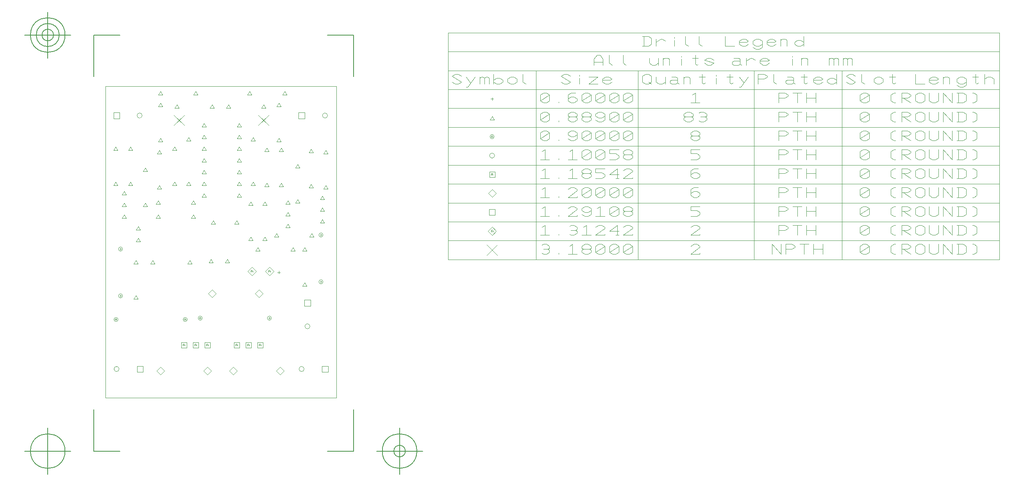
<source format=gbr>
G04 Generated by Ultiboard 11.0 *
%FSLAX25Y25*%
%MOMM*%

%ADD10C,0.01000*%
%ADD11C,0.10000*%
%ADD12C,0.00100*%
%ADD13C,0.12700*%


G04 ColorRGB 000000 for the following layer *
%LNDrill Symbols-Copper Top-Copper Bottom*%
%LPD*%
%FSLAX25Y25*%
%MOMM*%
G54D10*
X6066000Y2032000D02*
X6126000Y2032000D01*
X6096000Y2002000D02*
X6096000Y2062000D01*
X6356350Y2495550D02*
X6445250Y2495550D01*
X6445250Y2495550D02*
X6400800Y2571431D01*
X6400800Y2571431D02*
X6356350Y2495550D01*
X5594350Y2495550D02*
X5683250Y2495550D01*
X5683250Y2495550D02*
X5638800Y2571431D01*
X5638800Y2571431D02*
X5594350Y2495550D01*
X6000750Y2800350D02*
X6089650Y2800350D01*
X6089650Y2800350D02*
X6045200Y2876231D01*
X6045200Y2876231D02*
X6000750Y2800350D01*
X6762750Y2800350D02*
X6851650Y2800350D01*
X6851650Y2800350D02*
X6807200Y2876231D01*
X6807200Y2876231D02*
X6762750Y2800350D01*
X6246398Y3003550D02*
X6335298Y3003550D01*
X6335298Y3003550D02*
X6290848Y3079431D01*
X6290848Y3079431D02*
X6246398Y3003550D01*
X6246398Y3511550D02*
X6335298Y3511550D01*
X6335298Y3511550D02*
X6290848Y3587431D01*
X6290848Y3587431D02*
X6246398Y3511550D01*
X6246398Y3257550D02*
X6335298Y3257550D01*
X6335298Y3257550D02*
X6290848Y3333431D01*
X6290848Y3333431D02*
X6246398Y3257550D01*
X3155950Y3460750D02*
X3244850Y3460750D01*
X3244850Y3460750D02*
X3200400Y3536631D01*
X3200400Y3536631D02*
X3155950Y3460750D01*
X3155950Y4222750D02*
X3244850Y4222750D01*
X3244850Y4222750D02*
X3200400Y4298631D01*
X3200400Y4298631D02*
X3155950Y4222750D01*
X2523800Y1011400D02*
G75*
D01*
G02X2523800Y1011400I45000J0*
G01*
X2551300Y998543D02*
X2551300Y1017829D01*
X2551300Y1017829D02*
X2561300Y1030686D01*
X2561300Y1030686D02*
X2571300Y1030686D01*
X2571300Y1030686D02*
X2581300Y1017829D01*
X2581300Y1017829D02*
X2581300Y998543D01*
X2551300Y1008186D02*
X2581300Y1008186D01*
X4023800Y1011400D02*
G75*
D01*
G02X4023800Y1011400I45000J0*
G01*
X4051300Y998543D02*
X4051300Y1017829D01*
X4051300Y1017829D02*
X4061300Y1030686D01*
X4061300Y1030686D02*
X4071300Y1030686D01*
X4071300Y1030686D02*
X4081300Y1017829D01*
X4081300Y1017829D02*
X4081300Y998543D01*
X4051300Y1008186D02*
X4081300Y1008186D01*
X3003550Y2698750D02*
X3092450Y2698750D01*
X3092450Y2698750D02*
X3048000Y2774631D01*
X3048000Y2774631D02*
X3003550Y2698750D01*
X3003550Y2952750D02*
X3092450Y2952750D01*
X3092450Y2952750D02*
X3048000Y3028631D01*
X3048000Y3028631D02*
X3003550Y2952750D01*
X2698750Y3206750D02*
X2787650Y3206750D01*
X2787650Y3206750D02*
X2743200Y3282631D01*
X2743200Y3282631D02*
X2698750Y3206750D01*
X2698750Y3714750D02*
X2787650Y3714750D01*
X2787650Y3714750D02*
X2743200Y3790631D01*
X2743200Y3790631D02*
X2698750Y3714750D01*
X2698750Y3460750D02*
X2787650Y3460750D01*
X2787650Y3460750D02*
X2743200Y3536631D01*
X2743200Y3536631D02*
X2698750Y3460750D01*
X2622000Y1524000D02*
G75*
D01*
G02X2622000Y1524000I45000J0*
G01*
X2649500Y1511143D02*
X2649500Y1530429D01*
X2649500Y1530429D02*
X2659500Y1543286D01*
X2659500Y1543286D02*
X2669500Y1543286D01*
X2669500Y1543286D02*
X2679500Y1530429D01*
X2679500Y1530429D02*
X2679500Y1511143D01*
X2649500Y1520786D02*
X2679500Y1520786D01*
X2622000Y2540000D02*
G75*
D01*
G02X2622000Y2540000I45000J0*
G01*
X2649500Y2527143D02*
X2649500Y2546429D01*
X2649500Y2546429D02*
X2659500Y2559286D01*
X2659500Y2559286D02*
X2669500Y2559286D01*
X2669500Y2559286D02*
X2679500Y2546429D01*
X2679500Y2546429D02*
X2679500Y2527143D01*
X2649500Y2536786D02*
X2679500Y2536786D01*
X2952750Y1454150D02*
X3041650Y1454150D01*
X3041650Y1454150D02*
X2997200Y1530031D01*
X2997200Y1530031D02*
X2952750Y1454150D01*
X2952750Y2216150D02*
X3041650Y2216150D01*
X3041650Y2216150D02*
X2997200Y2292031D01*
X2997200Y2292031D02*
X2952750Y2216150D01*
X2514177Y4679950D02*
X2603077Y4679950D01*
X2603077Y4679950D02*
X2558627Y4755831D01*
X2558627Y4755831D02*
X2514177Y4679950D01*
X2514177Y3917950D02*
X2603077Y3917950D01*
X2603077Y3917950D02*
X2558627Y3993831D01*
X2558627Y3993831D02*
X2514177Y3917950D01*
X2835571Y4679950D02*
X2924471Y4679950D01*
X2924471Y4679950D02*
X2880021Y4755831D01*
X2880021Y4755831D02*
X2835571Y4679950D01*
X2835571Y3917950D02*
X2924471Y3917950D01*
X2924471Y3917950D02*
X2880021Y3993831D01*
X2880021Y3993831D02*
X2835571Y3917950D01*
X5441950Y2724150D02*
X5530850Y2724150D01*
X5530850Y2724150D02*
X5486400Y2800031D01*
X5486400Y2800031D02*
X5441950Y2724150D01*
X5441950Y3486150D02*
X5530850Y3486150D01*
X5530850Y3486150D02*
X5486400Y3562031D01*
X5486400Y3562031D02*
X5441950Y3486150D01*
X5746750Y2724150D02*
X5835650Y2724150D01*
X5835650Y2724150D02*
X5791200Y2800031D01*
X5791200Y2800031D02*
X5746750Y2724150D01*
X5746750Y3486150D02*
X5835650Y3486150D01*
X5835650Y3486150D02*
X5791200Y3562031D01*
X5791200Y3562031D02*
X5746750Y3486150D01*
X3435350Y3206750D02*
X3524250Y3206750D01*
X3524250Y3206750D02*
X3479800Y3282631D01*
X3479800Y3282631D02*
X3435350Y3206750D01*
X4197350Y3206750D02*
X4286250Y3206750D01*
X4286250Y3206750D02*
X4241800Y3282631D01*
X4241800Y3282631D02*
X4197350Y3206750D01*
X4629150Y3079750D02*
X4718050Y3079750D01*
X4718050Y3079750D02*
X4673600Y3155631D01*
X4673600Y3155631D02*
X4629150Y3079750D01*
X5137150Y3079750D02*
X5226050Y3079750D01*
X5226050Y3079750D02*
X5181600Y3155631D01*
X5181600Y3155631D02*
X5137150Y3079750D01*
X4347800Y1041400D02*
G75*
D01*
G02X4347800Y1041400I45000J0*
G01*
X4375300Y1028543D02*
X4375300Y1047829D01*
X4375300Y1047829D02*
X4385300Y1060686D01*
X4385300Y1060686D02*
X4395300Y1060686D01*
X4395300Y1060686D02*
X4405300Y1047829D01*
X4405300Y1047829D02*
X4405300Y1028543D01*
X4375300Y1038186D02*
X4405300Y1038186D01*
X5847800Y1041400D02*
G75*
D01*
G02X5847800Y1041400I45000J0*
G01*
X5875300Y1028543D02*
X5875300Y1047829D01*
X5875300Y1047829D02*
X5885300Y1060686D01*
X5885300Y1060686D02*
X5895300Y1060686D01*
X5895300Y1060686D02*
X5905300Y1047829D01*
X5905300Y1047829D02*
X5905300Y1028543D01*
X5875300Y1038186D02*
X5905300Y1038186D01*
X4582584Y2241550D02*
X4671484Y2241550D01*
X4671484Y2241550D02*
X4627034Y2317431D01*
X4627034Y2317431D02*
X4582584Y2241550D01*
X4933950Y2241550D02*
X5022850Y2241550D01*
X5022850Y2241550D02*
X4978400Y2317431D01*
X4978400Y2317431D02*
X4933950Y2241550D01*
X3316817Y2216150D02*
X3405717Y2216150D01*
X3405717Y2216150D02*
X3361267Y2292031D01*
X3361267Y2292031D02*
X3316817Y2216150D01*
X4121150Y2216150D02*
X4210050Y2216150D01*
X4210050Y2216150D02*
X4165600Y2292031D01*
X4165600Y2292031D02*
X4121150Y2216150D01*
X4431625Y4679950D02*
X4520525Y4679950D01*
X4520525Y4679950D02*
X4476075Y4755831D01*
X4476075Y4755831D02*
X4431625Y4679950D01*
X4431625Y3917950D02*
X4520525Y3917950D01*
X4520525Y3917950D02*
X4476075Y3993831D01*
X4476075Y3993831D02*
X4431625Y3917950D01*
X4431625Y3663950D02*
X4520525Y3663950D01*
X4520525Y3663950D02*
X4476075Y3739831D01*
X4476075Y3739831D02*
X4431625Y3663950D01*
X4431625Y4171950D02*
X4520525Y4171950D01*
X4520525Y4171950D02*
X4476075Y4247831D01*
X4476075Y4247831D02*
X4431625Y4171950D01*
X4431625Y4425950D02*
X4520525Y4425950D01*
X4520525Y4425950D02*
X4476075Y4501831D01*
X4476075Y4501831D02*
X4431625Y4425950D01*
X4431625Y5187950D02*
X4520525Y5187950D01*
X4520525Y5187950D02*
X4476075Y5263831D01*
X4476075Y5263831D02*
X4431625Y5187950D01*
X4431625Y4933950D02*
X4520525Y4933950D01*
X4520525Y4933950D02*
X4476075Y5009831D01*
X4476075Y5009831D02*
X4431625Y4933950D01*
X5193625Y4679950D02*
X5282525Y4679950D01*
X5282525Y4679950D02*
X5238075Y4755831D01*
X5238075Y4755831D02*
X5193625Y4679950D01*
X5193625Y3917950D02*
X5282525Y3917950D01*
X5282525Y3917950D02*
X5238075Y3993831D01*
X5238075Y3993831D02*
X5193625Y3917950D01*
X5193625Y3663950D02*
X5282525Y3663950D01*
X5282525Y3663950D02*
X5238075Y3739831D01*
X5238075Y3739831D02*
X5193625Y3663950D01*
X5193625Y4171950D02*
X5282525Y4171950D01*
X5282525Y4171950D02*
X5238075Y4247831D01*
X5238075Y4247831D02*
X5193625Y4171950D01*
X5193625Y4425950D02*
X5282525Y4425950D01*
X5282525Y4425950D02*
X5238075Y4501831D01*
X5238075Y4501831D02*
X5193625Y4425950D01*
X5193625Y4933950D02*
X5282525Y4933950D01*
X5282525Y4933950D02*
X5238075Y5009831D01*
X5238075Y5009831D02*
X5193625Y4933950D01*
X5193625Y5187950D02*
X5282525Y5187950D01*
X5282525Y5187950D02*
X5238075Y5263831D01*
X5238075Y5263831D02*
X5193625Y5187950D01*
X3790950Y4679950D02*
X3879850Y4679950D01*
X3879850Y4679950D02*
X3835400Y4755831D01*
X3835400Y4755831D02*
X3790950Y4679950D01*
X3790950Y3917950D02*
X3879850Y3917950D01*
X3879850Y3917950D02*
X3835400Y3993831D01*
X3835400Y3993831D02*
X3790950Y3917950D01*
X4095750Y3917950D02*
X4184650Y3917950D01*
X4184650Y3917950D02*
X4140200Y3993831D01*
X4140200Y3993831D02*
X4095750Y3917950D01*
X4095750Y4883150D02*
X4184650Y4883150D01*
X4184650Y4883150D02*
X4140200Y4959031D01*
X4140200Y4959031D02*
X4095750Y4883150D01*
X3435350Y3511550D02*
X3524250Y3511550D01*
X3524250Y3511550D02*
X3479800Y3587431D01*
X3479800Y3587431D02*
X3435350Y3511550D01*
X4197350Y3511550D02*
X4286250Y3511550D01*
X4286250Y3511550D02*
X4241800Y3587431D01*
X4241800Y3587431D02*
X4197350Y3511550D01*
X3460750Y3841750D02*
X3549650Y3841750D01*
X3549650Y3841750D02*
X3505200Y3917631D01*
X3505200Y3917631D02*
X3460750Y3841750D01*
X3460750Y4603750D02*
X3549650Y4603750D01*
X3549650Y4603750D02*
X3505200Y4679631D01*
X3505200Y4679631D02*
X3460750Y4603750D01*
X3486150Y5886450D02*
X3575050Y5886450D01*
X3575050Y5886450D02*
X3530600Y5962331D01*
X3530600Y5962331D02*
X3486150Y5886450D01*
X4248150Y5886450D02*
X4337050Y5886450D01*
X4337050Y5886450D02*
X4292600Y5962331D01*
X4292600Y5962331D02*
X4248150Y5886450D01*
X3841750Y5594350D02*
X3930650Y5594350D01*
X3930650Y5594350D02*
X3886200Y5670231D01*
X3886200Y5670231D02*
X3841750Y5594350D01*
X4603750Y5594350D02*
X4692650Y5594350D01*
X4692650Y5594350D02*
X4648200Y5670231D01*
X4648200Y5670231D02*
X4603750Y5594350D01*
X3486150Y5632450D02*
X3575050Y5632450D01*
X3575050Y5632450D02*
X3530600Y5708331D01*
X3530600Y5708331D02*
X3486150Y5632450D01*
X3486150Y4870450D02*
X3575050Y4870450D01*
X3575050Y4870450D02*
X3530600Y4946331D01*
X3530600Y4946331D02*
X3486150Y4870450D01*
X5492750Y3917950D02*
X5581650Y3917950D01*
X5581650Y3917950D02*
X5537200Y3993831D01*
X5537200Y3993831D02*
X5492750Y3917950D01*
X5492750Y4883150D02*
X5581650Y4883150D01*
X5581650Y4883150D02*
X5537200Y4959031D01*
X5537200Y4959031D02*
X5492750Y4883150D01*
X5788745Y3892550D02*
X5877645Y3892550D01*
X5877645Y3892550D02*
X5833195Y3968431D01*
X5833195Y3968431D02*
X5788745Y3892550D01*
X5788745Y4654550D02*
X5877645Y4654550D01*
X5877645Y4654550D02*
X5833195Y4730431D01*
X5833195Y4730431D02*
X5788745Y4654550D01*
X6102350Y3892550D02*
X6191250Y3892550D01*
X6191250Y3892550D02*
X6146800Y3968431D01*
X6146800Y3968431D02*
X6102350Y3892550D01*
X6102350Y4654550D02*
X6191250Y4654550D01*
X6191250Y4654550D02*
X6146800Y4730431D01*
X6146800Y4730431D02*
X6102350Y4654550D01*
X5416550Y5886450D02*
X5505450Y5886450D01*
X5505450Y5886450D02*
X5461000Y5962331D01*
X5461000Y5962331D02*
X5416550Y5886450D01*
X6178550Y5886450D02*
X6267450Y5886450D01*
X6267450Y5886450D02*
X6223000Y5962331D01*
X6223000Y5962331D02*
X6178550Y5886450D01*
X4959350Y5594350D02*
X5048250Y5594350D01*
X5048250Y5594350D02*
X5003800Y5670231D01*
X5003800Y5670231D02*
X4959350Y5594350D01*
X5721350Y5594350D02*
X5810250Y5594350D01*
X5810250Y5594350D02*
X5765800Y5670231D01*
X5765800Y5670231D02*
X5721350Y5594350D01*
X6051550Y5632450D02*
X6140450Y5632450D01*
X6140450Y5632450D02*
X6096000Y5708331D01*
X6096000Y5708331D02*
X6051550Y5632450D01*
X6051550Y4870450D02*
X6140450Y4870450D01*
X6140450Y4870450D02*
X6096000Y4946331D01*
X6096000Y4946331D02*
X6051550Y4870450D01*
X6993206Y3105150D02*
X7082106Y3105150D01*
X7082106Y3105150D02*
X7037656Y3181031D01*
X7037656Y3181031D02*
X6993206Y3105150D01*
X6993206Y3613150D02*
X7082106Y3613150D01*
X7082106Y3613150D02*
X7037656Y3689031D01*
X7037656Y3689031D02*
X6993206Y3613150D01*
X6993206Y3359150D02*
X7082106Y3359150D01*
X7082106Y3359150D02*
X7037656Y3435031D01*
X7037656Y3435031D02*
X6993206Y3359150D01*
X6965400Y1828800D02*
G75*
D01*
G02X6965400Y1828800I45000J0*
G01*
X6992900Y1815943D02*
X6992900Y1835229D01*
X6992900Y1835229D02*
X7002900Y1848086D01*
X7002900Y1848086D02*
X7012900Y1848086D01*
X7012900Y1848086D02*
X7022900Y1835229D01*
X7022900Y1835229D02*
X7022900Y1815943D01*
X6992900Y1825586D02*
X7022900Y1825586D01*
X6965400Y2844800D02*
G75*
D01*
G02X6965400Y2844800I45000J0*
G01*
X6992900Y2831943D02*
X6992900Y2851229D01*
X6992900Y2851229D02*
X7002900Y2864086D01*
X7002900Y2864086D02*
X7012900Y2864086D01*
X7012900Y2864086D02*
X7022900Y2851229D01*
X7022900Y2851229D02*
X7022900Y2831943D01*
X6992900Y2841586D02*
X7022900Y2841586D01*
X6610350Y1733550D02*
X6699250Y1733550D01*
X6699250Y1733550D02*
X6654800Y1809431D01*
X6654800Y1809431D02*
X6610350Y1733550D01*
X6610350Y2495550D02*
X6699250Y2495550D01*
X6699250Y2495550D02*
X6654800Y2571431D01*
X6654800Y2571431D02*
X6610350Y2495550D01*
X7067550Y3841750D02*
X7156450Y3841750D01*
X7156450Y3841750D02*
X7112000Y3917631D01*
X7112000Y3917631D02*
X7067550Y3841750D01*
X7067550Y4603750D02*
X7156450Y4603750D01*
X7156450Y4603750D02*
X7112000Y4679631D01*
X7112000Y4679631D02*
X7067550Y4603750D01*
X6752928Y3867150D02*
X6841828Y3867150D01*
X6841828Y3867150D02*
X6797378Y3943031D01*
X6797378Y3943031D02*
X6752928Y3867150D01*
X6752928Y4629150D02*
X6841828Y4629150D01*
X6841828Y4629150D02*
X6797378Y4705031D01*
X6797378Y4705031D02*
X6752928Y4629150D01*
X6457950Y3536950D02*
X6546850Y3536950D01*
X6546850Y3536950D02*
X6502400Y3612831D01*
X6502400Y3612831D02*
X6457950Y3536950D01*
X6457950Y4298950D02*
X6546850Y4298950D01*
X6546850Y4298950D02*
X6502400Y4374831D01*
X6502400Y4374831D02*
X6457950Y4298950D01*
X10673204Y4976739D02*
G75*
D01*
G02X10673204Y4976739I45000J0*
G01*
X10700704Y4963882D02*
X10700704Y4983168D01*
X10700704Y4983168D02*
X10710704Y4996025D01*
X10710704Y4996025D02*
X10720704Y4996025D01*
X10720704Y4996025D02*
X10730704Y4983168D01*
X10730704Y4983168D02*
X10730704Y4963882D01*
X10700704Y4973525D02*
X10730704Y4973525D01*
X10673754Y5342289D02*
X10762654Y5342289D01*
X10762654Y5342289D02*
X10718204Y5418170D01*
X10718204Y5418170D02*
X10673754Y5342289D01*
X10688204Y5796739D02*
X10748204Y5796739D01*
X10718204Y5766739D02*
X10718204Y5826739D01*
G54D11*
X3824570Y5221570D02*
X4049430Y5446430D01*
X3824570Y5446430D02*
X4049430Y5221570D01*
X5653370Y5221570D02*
X5878230Y5446430D01*
X5653370Y5446430D02*
X5878230Y5221570D01*
X2524764Y-61807D02*
G75*
D01*
G02X2524764Y-61807I55029J0*
G01*
X3023239Y-126361D02*
X3152347Y-126361D01*
X3152347Y-126361D02*
X3152347Y2747D01*
X3152347Y2747D02*
X3023239Y2747D01*
X3023239Y2747D02*
X3023239Y-126361D01*
X7033053Y-126361D02*
X7162161Y-126361D01*
X7162161Y-126361D02*
X7162161Y2747D01*
X7162161Y2747D02*
X7033053Y2747D01*
X7033053Y2747D02*
X7033053Y-126361D01*
X6534578Y-61807D02*
G75*
D01*
G02X6534578Y-61807I55029J0*
G01*
X4546600Y-186453D02*
X4631453Y-101600D01*
X4631453Y-101600D02*
X4546600Y-16747D01*
X4546600Y-16747D02*
X4461747Y-101600D01*
X4461747Y-101600D02*
X4546600Y-186453D01*
X3530600Y-186453D02*
X3615453Y-101600D01*
X3615453Y-101600D02*
X3530600Y-16747D01*
X3530600Y-16747D02*
X3445747Y-101600D01*
X3445747Y-101600D02*
X3530600Y-186453D01*
X5105400Y-186453D02*
X5190253Y-101600D01*
X5190253Y-101600D02*
X5105400Y-16747D01*
X5105400Y-16747D02*
X5020547Y-101600D01*
X5020547Y-101600D02*
X5105400Y-186453D01*
X6121400Y-186453D02*
X6206253Y-101600D01*
X6206253Y-101600D02*
X6121400Y-16747D01*
X6121400Y-16747D02*
X6036547Y-101600D01*
X6036547Y-101600D02*
X6121400Y-186453D01*
X6661578Y863600D02*
G75*
D01*
G02X6661578Y863600I55029J0*
G01*
X6652053Y1307046D02*
X6781161Y1307046D01*
X6781161Y1307046D02*
X6781161Y1436154D01*
X6781161Y1436154D02*
X6652053Y1436154D01*
X6652053Y1436154D02*
X6652053Y1307046D01*
X7042578Y5435600D02*
G75*
D01*
G02X7042578Y5435600I55029J0*
G01*
X6525053Y5371046D02*
X6654161Y5371046D01*
X6654161Y5371046D02*
X6654161Y5500154D01*
X6654161Y5500154D02*
X6525053Y5500154D01*
X6525053Y5500154D02*
X6525053Y5371046D01*
X3024298Y5435600D02*
G75*
D01*
G02X3024298Y5435600I55029J0*
G01*
X2515239Y5371046D02*
X2644348Y5371046D01*
X2644348Y5371046D02*
X2644348Y5500154D01*
X2644348Y5500154D02*
X2515239Y5500154D01*
X2515239Y5500154D02*
X2515239Y5371046D01*
X3979329Y397929D02*
X4097871Y397929D01*
X4097871Y397929D02*
X4097871Y516471D01*
X4097871Y516471D02*
X3979329Y516471D01*
X3979329Y516471D02*
X3979329Y397929D01*
X4015550Y440266D02*
X4015550Y465667D01*
X4015550Y465667D02*
X4028722Y482602D01*
X4028722Y482602D02*
X4041893Y482602D01*
X4041893Y482602D02*
X4055064Y465667D01*
X4055064Y465667D02*
X4055064Y440266D01*
X4015550Y452966D02*
X4055064Y452966D01*
X4233329Y397929D02*
X4351871Y397929D01*
X4351871Y397929D02*
X4351871Y516471D01*
X4351871Y516471D02*
X4233329Y516471D01*
X4233329Y516471D02*
X4233329Y397929D01*
X4269550Y440266D02*
X4269550Y465667D01*
X4269550Y465667D02*
X4282722Y482602D01*
X4282722Y482602D02*
X4295893Y482602D01*
X4295893Y482602D02*
X4309064Y465667D01*
X4309064Y465667D02*
X4309064Y440266D01*
X4269550Y452966D02*
X4309064Y452966D01*
X4487329Y397929D02*
X4605871Y397929D01*
X4605871Y397929D02*
X4605871Y516471D01*
X4605871Y516471D02*
X4487329Y516471D01*
X4487329Y516471D02*
X4487329Y397929D01*
X4523550Y440266D02*
X4523550Y465667D01*
X4523550Y465667D02*
X4536722Y482602D01*
X4536722Y482602D02*
X4549893Y482602D01*
X4549893Y482602D02*
X4563064Y465667D01*
X4563064Y465667D02*
X4563064Y440266D01*
X4523550Y452966D02*
X4563064Y452966D01*
X4648200Y1489947D02*
X4733053Y1574800D01*
X4733053Y1574800D02*
X4648200Y1659653D01*
X4648200Y1659653D02*
X4563347Y1574800D01*
X4563347Y1574800D02*
X4648200Y1489947D01*
X5664200Y1489947D02*
X5749053Y1574800D01*
X5749053Y1574800D02*
X5664200Y1659653D01*
X5664200Y1659653D02*
X5579347Y1574800D01*
X5579347Y1574800D02*
X5664200Y1489947D01*
X5630329Y397929D02*
X5748871Y397929D01*
X5748871Y397929D02*
X5748871Y516471D01*
X5748871Y516471D02*
X5630329Y516471D01*
X5630329Y516471D02*
X5630329Y397929D01*
X5666550Y440266D02*
X5666550Y465667D01*
X5666550Y465667D02*
X5679722Y482602D01*
X5679722Y482602D02*
X5692893Y482602D01*
X5692893Y482602D02*
X5706064Y465667D01*
X5706064Y465667D02*
X5706064Y440266D01*
X5666550Y452966D02*
X5706064Y452966D01*
X5122329Y397929D02*
X5240871Y397929D01*
X5240871Y397929D02*
X5240871Y516471D01*
X5240871Y516471D02*
X5122329Y516471D01*
X5122329Y516471D02*
X5122329Y397929D01*
X5158550Y440266D02*
X5158550Y465667D01*
X5158550Y465667D02*
X5171722Y482602D01*
X5171722Y482602D02*
X5184893Y482602D01*
X5184893Y482602D02*
X5198064Y465667D01*
X5198064Y465667D02*
X5198064Y440266D01*
X5158550Y452966D02*
X5198064Y452966D01*
X5376329Y397929D02*
X5494871Y397929D01*
X5494871Y397929D02*
X5494871Y516471D01*
X5494871Y516471D02*
X5376329Y516471D01*
X5376329Y516471D02*
X5376329Y397929D01*
X5412550Y440266D02*
X5412550Y465667D01*
X5412550Y465667D02*
X5425722Y482602D01*
X5425722Y482602D02*
X5438893Y482602D01*
X5438893Y482602D02*
X5452064Y465667D01*
X5452064Y465667D02*
X5452064Y440266D01*
X5412550Y452966D02*
X5452064Y452966D01*
X5892800Y1964598D02*
X5985602Y2057400D01*
X5985602Y2057400D02*
X5892800Y2150202D01*
X5892800Y2150202D02*
X5799998Y2057400D01*
X5799998Y2057400D02*
X5892800Y1964598D01*
X5867281Y2038651D02*
X5867281Y2066774D01*
X5867281Y2066774D02*
X5881863Y2085523D01*
X5881863Y2085523D02*
X5896446Y2085523D01*
X5896446Y2085523D02*
X5911028Y2066774D01*
X5911028Y2066774D02*
X5911028Y2038651D01*
X5867281Y2052713D02*
X5911028Y2052713D01*
X5511800Y1964598D02*
X5604602Y2057400D01*
X5604602Y2057400D02*
X5511800Y2150202D01*
X5511800Y2150202D02*
X5418998Y2057400D01*
X5418998Y2057400D02*
X5511800Y1964598D01*
X5486281Y2038651D02*
X5486281Y2066774D01*
X5486281Y2066774D02*
X5500863Y2085523D01*
X5500863Y2085523D02*
X5515446Y2085523D01*
X5515446Y2085523D02*
X5530028Y2066774D01*
X5530028Y2066774D02*
X5530028Y2038651D01*
X5486281Y2052713D02*
X5530028Y2052713D01*
X9763204Y2311739D02*
X21713204Y2311739D01*
X21713204Y2311739D02*
X21713204Y7231739D01*
X21713204Y7231739D02*
X9763204Y7231739D01*
X9763204Y7231739D02*
X9763204Y2311739D01*
X9763204Y6821739D02*
X21713204Y6821739D01*
X9763204Y6411739D02*
X21713204Y6411739D01*
X12211538Y6163882D02*
X12278204Y6121025D01*
X12278204Y6121025D02*
X12344871Y6121025D01*
X12344871Y6121025D02*
X12411538Y6163882D01*
X12411538Y6163882D02*
X12211538Y6292453D01*
X12211538Y6292453D02*
X12278204Y6335310D01*
X12278204Y6335310D02*
X12344871Y6335310D01*
X12344871Y6335310D02*
X12411538Y6292453D01*
X12611538Y6121025D02*
X12611538Y6249596D01*
X12611538Y6292453D02*
X12611538Y6313882D01*
X12811538Y6271025D02*
X13011538Y6271025D01*
X13011538Y6271025D02*
X12811538Y6121025D01*
X12811538Y6121025D02*
X13011538Y6121025D01*
X13311538Y6163882D02*
X13244871Y6121025D01*
X13244871Y6121025D02*
X13178204Y6121025D01*
X13178204Y6121025D02*
X13111538Y6163882D01*
X13111538Y6163882D02*
X13111538Y6228168D01*
X13111538Y6228168D02*
X13178204Y6271025D01*
X13178204Y6271025D02*
X13244871Y6271025D01*
X13244871Y6271025D02*
X13311538Y6228168D01*
X13311538Y6228168D02*
X13278204Y6206739D01*
X13278204Y6206739D02*
X13111538Y6206739D01*
X9763204Y6001739D02*
X21713204Y6001739D01*
X11761538Y5882453D02*
X11828204Y5925310D01*
X11828204Y5925310D02*
X11894871Y5925310D01*
X11894871Y5925310D02*
X11961538Y5882453D01*
X11961538Y5882453D02*
X11961538Y5753882D01*
X11961538Y5753882D02*
X11894871Y5711025D01*
X11894871Y5711025D02*
X11828204Y5711025D01*
X11828204Y5711025D02*
X11761538Y5753882D01*
X11761538Y5753882D02*
X11761538Y5882453D01*
X11961538Y5882453D02*
X11761538Y5753882D01*
X12161538Y5711025D02*
X12161538Y5732453D01*
X12528204Y5925310D02*
X12428204Y5925310D01*
X12428204Y5925310D02*
X12361538Y5882453D01*
X12361538Y5882453D02*
X12361538Y5796739D01*
X12361538Y5796739D02*
X12361538Y5753882D01*
X12361538Y5753882D02*
X12428204Y5711025D01*
X12428204Y5711025D02*
X12494871Y5711025D01*
X12494871Y5711025D02*
X12561538Y5753882D01*
X12561538Y5753882D02*
X12561538Y5796739D01*
X12561538Y5796739D02*
X12494871Y5839596D01*
X12494871Y5839596D02*
X12428204Y5839596D01*
X12428204Y5839596D02*
X12361538Y5796739D01*
X12661538Y5882453D02*
X12728204Y5925310D01*
X12728204Y5925310D02*
X12794871Y5925310D01*
X12794871Y5925310D02*
X12861538Y5882453D01*
X12861538Y5882453D02*
X12861538Y5753882D01*
X12861538Y5753882D02*
X12794871Y5711025D01*
X12794871Y5711025D02*
X12728204Y5711025D01*
X12728204Y5711025D02*
X12661538Y5753882D01*
X12661538Y5753882D02*
X12661538Y5882453D01*
X12861538Y5882453D02*
X12661538Y5753882D01*
X12961538Y5882453D02*
X13028204Y5925310D01*
X13028204Y5925310D02*
X13094871Y5925310D01*
X13094871Y5925310D02*
X13161538Y5882453D01*
X13161538Y5882453D02*
X13161538Y5753882D01*
X13161538Y5753882D02*
X13094871Y5711025D01*
X13094871Y5711025D02*
X13028204Y5711025D01*
X13028204Y5711025D02*
X12961538Y5753882D01*
X12961538Y5753882D02*
X12961538Y5882453D01*
X13161538Y5882453D02*
X12961538Y5753882D01*
X13261538Y5882453D02*
X13328204Y5925310D01*
X13328204Y5925310D02*
X13394871Y5925310D01*
X13394871Y5925310D02*
X13461538Y5882453D01*
X13461538Y5882453D02*
X13461538Y5753882D01*
X13461538Y5753882D02*
X13394871Y5711025D01*
X13394871Y5711025D02*
X13328204Y5711025D01*
X13328204Y5711025D02*
X13261538Y5753882D01*
X13261538Y5753882D02*
X13261538Y5882453D01*
X13461538Y5882453D02*
X13261538Y5753882D01*
X13561538Y5882453D02*
X13628204Y5925310D01*
X13628204Y5925310D02*
X13694871Y5925310D01*
X13694871Y5925310D02*
X13761538Y5882453D01*
X13761538Y5882453D02*
X13761538Y5753882D01*
X13761538Y5753882D02*
X13694871Y5711025D01*
X13694871Y5711025D02*
X13628204Y5711025D01*
X13628204Y5711025D02*
X13561538Y5753882D01*
X13561538Y5753882D02*
X13561538Y5882453D01*
X13761538Y5882453D02*
X13561538Y5753882D01*
X9763204Y5591739D02*
X21713204Y5591739D01*
X11761538Y5472453D02*
X11828204Y5515310D01*
X11828204Y5515310D02*
X11894871Y5515310D01*
X11894871Y5515310D02*
X11961538Y5472453D01*
X11961538Y5472453D02*
X11961538Y5343882D01*
X11961538Y5343882D02*
X11894871Y5301025D01*
X11894871Y5301025D02*
X11828204Y5301025D01*
X11828204Y5301025D02*
X11761538Y5343882D01*
X11761538Y5343882D02*
X11761538Y5472453D01*
X11961538Y5472453D02*
X11761538Y5343882D01*
X12161538Y5301025D02*
X12161538Y5322453D01*
X12494871Y5301025D02*
X12428204Y5301025D01*
X12428204Y5301025D02*
X12361538Y5343882D01*
X12361538Y5343882D02*
X12361538Y5386739D01*
X12361538Y5386739D02*
X12394871Y5408168D01*
X12394871Y5408168D02*
X12361538Y5429596D01*
X12361538Y5429596D02*
X12361538Y5472453D01*
X12361538Y5472453D02*
X12428204Y5515310D01*
X12428204Y5515310D02*
X12494871Y5515310D01*
X12494871Y5515310D02*
X12561538Y5472453D01*
X12561538Y5472453D02*
X12561538Y5429596D01*
X12561538Y5429596D02*
X12528204Y5408168D01*
X12528204Y5408168D02*
X12561538Y5386739D01*
X12561538Y5386739D02*
X12561538Y5343882D01*
X12561538Y5343882D02*
X12494871Y5301025D01*
X12394871Y5408168D02*
X12528204Y5408168D01*
X12794871Y5301025D02*
X12728204Y5301025D01*
X12728204Y5301025D02*
X12661538Y5343882D01*
X12661538Y5343882D02*
X12661538Y5386739D01*
X12661538Y5386739D02*
X12694871Y5408168D01*
X12694871Y5408168D02*
X12661538Y5429596D01*
X12661538Y5429596D02*
X12661538Y5472453D01*
X12661538Y5472453D02*
X12728204Y5515310D01*
X12728204Y5515310D02*
X12794871Y5515310D01*
X12794871Y5515310D02*
X12861538Y5472453D01*
X12861538Y5472453D02*
X12861538Y5429596D01*
X12861538Y5429596D02*
X12828204Y5408168D01*
X12828204Y5408168D02*
X12861538Y5386739D01*
X12861538Y5386739D02*
X12861538Y5343882D01*
X12861538Y5343882D02*
X12794871Y5301025D01*
X12694871Y5408168D02*
X12828204Y5408168D01*
X12961538Y5343882D02*
X13028204Y5301025D01*
X13028204Y5301025D02*
X13094871Y5301025D01*
X13094871Y5301025D02*
X13161538Y5343882D01*
X13161538Y5343882D02*
X13161538Y5429596D01*
X13161538Y5429596D02*
X13161538Y5472453D01*
X13161538Y5472453D02*
X13094871Y5515310D01*
X13094871Y5515310D02*
X13028204Y5515310D01*
X13028204Y5515310D02*
X12961538Y5472453D01*
X12961538Y5472453D02*
X12961538Y5429596D01*
X12961538Y5429596D02*
X13028204Y5386739D01*
X13028204Y5386739D02*
X13094871Y5386739D01*
X13094871Y5386739D02*
X13161538Y5429596D01*
X13261538Y5472453D02*
X13328204Y5515310D01*
X13328204Y5515310D02*
X13394871Y5515310D01*
X13394871Y5515310D02*
X13461538Y5472453D01*
X13461538Y5472453D02*
X13461538Y5343882D01*
X13461538Y5343882D02*
X13394871Y5301025D01*
X13394871Y5301025D02*
X13328204Y5301025D01*
X13328204Y5301025D02*
X13261538Y5343882D01*
X13261538Y5343882D02*
X13261538Y5472453D01*
X13461538Y5472453D02*
X13261538Y5343882D01*
X13561538Y5472453D02*
X13628204Y5515310D01*
X13628204Y5515310D02*
X13694871Y5515310D01*
X13694871Y5515310D02*
X13761538Y5472453D01*
X13761538Y5472453D02*
X13761538Y5343882D01*
X13761538Y5343882D02*
X13694871Y5301025D01*
X13694871Y5301025D02*
X13628204Y5301025D01*
X13628204Y5301025D02*
X13561538Y5343882D01*
X13561538Y5343882D02*
X13561538Y5472453D01*
X13761538Y5472453D02*
X13561538Y5343882D01*
X9763204Y5181739D02*
X21713204Y5181739D01*
X11761538Y5062453D02*
X11828204Y5105310D01*
X11828204Y5105310D02*
X11894871Y5105310D01*
X11894871Y5105310D02*
X11961538Y5062453D01*
X11961538Y5062453D02*
X11961538Y4933882D01*
X11961538Y4933882D02*
X11894871Y4891025D01*
X11894871Y4891025D02*
X11828204Y4891025D01*
X11828204Y4891025D02*
X11761538Y4933882D01*
X11761538Y4933882D02*
X11761538Y5062453D01*
X11961538Y5062453D02*
X11761538Y4933882D01*
X12161538Y4891025D02*
X12161538Y4912453D01*
X12361538Y4933882D02*
X12428204Y4891025D01*
X12428204Y4891025D02*
X12494871Y4891025D01*
X12494871Y4891025D02*
X12561538Y4933882D01*
X12561538Y4933882D02*
X12561538Y5019596D01*
X12561538Y5019596D02*
X12561538Y5062453D01*
X12561538Y5062453D02*
X12494871Y5105310D01*
X12494871Y5105310D02*
X12428204Y5105310D01*
X12428204Y5105310D02*
X12361538Y5062453D01*
X12361538Y5062453D02*
X12361538Y5019596D01*
X12361538Y5019596D02*
X12428204Y4976739D01*
X12428204Y4976739D02*
X12494871Y4976739D01*
X12494871Y4976739D02*
X12561538Y5019596D01*
X12661538Y5062453D02*
X12728204Y5105310D01*
X12728204Y5105310D02*
X12794871Y5105310D01*
X12794871Y5105310D02*
X12861538Y5062453D01*
X12861538Y5062453D02*
X12861538Y4933882D01*
X12861538Y4933882D02*
X12794871Y4891025D01*
X12794871Y4891025D02*
X12728204Y4891025D01*
X12728204Y4891025D02*
X12661538Y4933882D01*
X12661538Y4933882D02*
X12661538Y5062453D01*
X12861538Y5062453D02*
X12661538Y4933882D01*
X12961538Y5062453D02*
X13028204Y5105310D01*
X13028204Y5105310D02*
X13094871Y5105310D01*
X13094871Y5105310D02*
X13161538Y5062453D01*
X13161538Y5062453D02*
X13161538Y4933882D01*
X13161538Y4933882D02*
X13094871Y4891025D01*
X13094871Y4891025D02*
X13028204Y4891025D01*
X13028204Y4891025D02*
X12961538Y4933882D01*
X12961538Y4933882D02*
X12961538Y5062453D01*
X13161538Y5062453D02*
X12961538Y4933882D01*
X13261538Y5062453D02*
X13328204Y5105310D01*
X13328204Y5105310D02*
X13394871Y5105310D01*
X13394871Y5105310D02*
X13461538Y5062453D01*
X13461538Y5062453D02*
X13461538Y4933882D01*
X13461538Y4933882D02*
X13394871Y4891025D01*
X13394871Y4891025D02*
X13328204Y4891025D01*
X13328204Y4891025D02*
X13261538Y4933882D01*
X13261538Y4933882D02*
X13261538Y5062453D01*
X13461538Y5062453D02*
X13261538Y4933882D01*
X13561538Y5062453D02*
X13628204Y5105310D01*
X13628204Y5105310D02*
X13694871Y5105310D01*
X13694871Y5105310D02*
X13761538Y5062453D01*
X13761538Y5062453D02*
X13761538Y4933882D01*
X13761538Y4933882D02*
X13694871Y4891025D01*
X13694871Y4891025D02*
X13628204Y4891025D01*
X13628204Y4891025D02*
X13561538Y4933882D01*
X13561538Y4933882D02*
X13561538Y5062453D01*
X13761538Y5062453D02*
X13561538Y4933882D01*
X9763204Y4771739D02*
X21713204Y4771739D01*
X11794871Y4652453D02*
X11861538Y4695310D01*
X11861538Y4695310D02*
X11861538Y4481025D01*
X11761538Y4481025D02*
X11961538Y4481025D01*
X12161538Y4481025D02*
X12161538Y4502453D01*
X12394871Y4652453D02*
X12461538Y4695310D01*
X12461538Y4695310D02*
X12461538Y4481025D01*
X12361538Y4481025D02*
X12561538Y4481025D01*
X12661538Y4652453D02*
X12728204Y4695310D01*
X12728204Y4695310D02*
X12794871Y4695310D01*
X12794871Y4695310D02*
X12861538Y4652453D01*
X12861538Y4652453D02*
X12861538Y4523882D01*
X12861538Y4523882D02*
X12794871Y4481025D01*
X12794871Y4481025D02*
X12728204Y4481025D01*
X12728204Y4481025D02*
X12661538Y4523882D01*
X12661538Y4523882D02*
X12661538Y4652453D01*
X12861538Y4652453D02*
X12661538Y4523882D01*
X12961538Y4652453D02*
X13028204Y4695310D01*
X13028204Y4695310D02*
X13094871Y4695310D01*
X13094871Y4695310D02*
X13161538Y4652453D01*
X13161538Y4652453D02*
X13161538Y4523882D01*
X13161538Y4523882D02*
X13094871Y4481025D01*
X13094871Y4481025D02*
X13028204Y4481025D01*
X13028204Y4481025D02*
X12961538Y4523882D01*
X12961538Y4523882D02*
X12961538Y4652453D01*
X13161538Y4652453D02*
X12961538Y4523882D01*
X13461538Y4695310D02*
X13261538Y4695310D01*
X13261538Y4695310D02*
X13261538Y4609596D01*
X13261538Y4609596D02*
X13394871Y4609596D01*
X13394871Y4609596D02*
X13461538Y4566739D01*
X13461538Y4566739D02*
X13461538Y4523882D01*
X13461538Y4523882D02*
X13394871Y4481025D01*
X13394871Y4481025D02*
X13261538Y4481025D01*
X13694871Y4481025D02*
X13628204Y4481025D01*
X13628204Y4481025D02*
X13561538Y4523882D01*
X13561538Y4523882D02*
X13561538Y4566739D01*
X13561538Y4566739D02*
X13594871Y4588168D01*
X13594871Y4588168D02*
X13561538Y4609596D01*
X13561538Y4609596D02*
X13561538Y4652453D01*
X13561538Y4652453D02*
X13628204Y4695310D01*
X13628204Y4695310D02*
X13694871Y4695310D01*
X13694871Y4695310D02*
X13761538Y4652453D01*
X13761538Y4652453D02*
X13761538Y4609596D01*
X13761538Y4609596D02*
X13728204Y4588168D01*
X13728204Y4588168D02*
X13761538Y4566739D01*
X13761538Y4566739D02*
X13761538Y4523882D01*
X13761538Y4523882D02*
X13694871Y4481025D01*
X13594871Y4588168D02*
X13728204Y4588168D01*
X9763204Y4361739D02*
X21713204Y4361739D01*
X11794871Y4242453D02*
X11861538Y4285310D01*
X11861538Y4285310D02*
X11861538Y4071025D01*
X11761538Y4071025D02*
X11961538Y4071025D01*
X12161538Y4071025D02*
X12161538Y4092453D01*
X12394871Y4242453D02*
X12461538Y4285310D01*
X12461538Y4285310D02*
X12461538Y4071025D01*
X12361538Y4071025D02*
X12561538Y4071025D01*
X12794871Y4071025D02*
X12728204Y4071025D01*
X12728204Y4071025D02*
X12661538Y4113882D01*
X12661538Y4113882D02*
X12661538Y4156739D01*
X12661538Y4156739D02*
X12694871Y4178168D01*
X12694871Y4178168D02*
X12661538Y4199596D01*
X12661538Y4199596D02*
X12661538Y4242453D01*
X12661538Y4242453D02*
X12728204Y4285310D01*
X12728204Y4285310D02*
X12794871Y4285310D01*
X12794871Y4285310D02*
X12861538Y4242453D01*
X12861538Y4242453D02*
X12861538Y4199596D01*
X12861538Y4199596D02*
X12828204Y4178168D01*
X12828204Y4178168D02*
X12861538Y4156739D01*
X12861538Y4156739D02*
X12861538Y4113882D01*
X12861538Y4113882D02*
X12794871Y4071025D01*
X12694871Y4178168D02*
X12828204Y4178168D01*
X13161538Y4285310D02*
X12961538Y4285310D01*
X12961538Y4285310D02*
X12961538Y4199596D01*
X12961538Y4199596D02*
X13094871Y4199596D01*
X13094871Y4199596D02*
X13161538Y4156739D01*
X13161538Y4156739D02*
X13161538Y4113882D01*
X13161538Y4113882D02*
X13094871Y4071025D01*
X13094871Y4071025D02*
X12961538Y4071025D01*
X13461538Y4156739D02*
X13261538Y4156739D01*
X13261538Y4156739D02*
X13428204Y4285310D01*
X13428204Y4285310D02*
X13428204Y4071025D01*
X13394871Y4071025D02*
X13461538Y4071025D01*
X13561538Y4242453D02*
X13628204Y4285310D01*
X13628204Y4285310D02*
X13694871Y4285310D01*
X13694871Y4285310D02*
X13761538Y4242453D01*
X13761538Y4242453D02*
X13761538Y4221025D01*
X13761538Y4221025D02*
X13561538Y4071025D01*
X13561538Y4071025D02*
X13761538Y4071025D01*
X13761538Y4071025D02*
X13761538Y4092453D01*
X9763204Y3951739D02*
X21713204Y3951739D01*
X11794871Y3832453D02*
X11861538Y3875310D01*
X11861538Y3875310D02*
X11861538Y3661025D01*
X11761538Y3661025D02*
X11961538Y3661025D01*
X12161538Y3661025D02*
X12161538Y3682453D01*
X12361538Y3832453D02*
X12428204Y3875310D01*
X12428204Y3875310D02*
X12494871Y3875310D01*
X12494871Y3875310D02*
X12561538Y3832453D01*
X12561538Y3832453D02*
X12561538Y3811025D01*
X12561538Y3811025D02*
X12361538Y3661025D01*
X12361538Y3661025D02*
X12561538Y3661025D01*
X12561538Y3661025D02*
X12561538Y3682453D01*
X12661538Y3832453D02*
X12728204Y3875310D01*
X12728204Y3875310D02*
X12794871Y3875310D01*
X12794871Y3875310D02*
X12861538Y3832453D01*
X12861538Y3832453D02*
X12861538Y3703882D01*
X12861538Y3703882D02*
X12794871Y3661025D01*
X12794871Y3661025D02*
X12728204Y3661025D01*
X12728204Y3661025D02*
X12661538Y3703882D01*
X12661538Y3703882D02*
X12661538Y3832453D01*
X12861538Y3832453D02*
X12661538Y3703882D01*
X12961538Y3832453D02*
X13028204Y3875310D01*
X13028204Y3875310D02*
X13094871Y3875310D01*
X13094871Y3875310D02*
X13161538Y3832453D01*
X13161538Y3832453D02*
X13161538Y3703882D01*
X13161538Y3703882D02*
X13094871Y3661025D01*
X13094871Y3661025D02*
X13028204Y3661025D01*
X13028204Y3661025D02*
X12961538Y3703882D01*
X12961538Y3703882D02*
X12961538Y3832453D01*
X13161538Y3832453D02*
X12961538Y3703882D01*
X13261538Y3832453D02*
X13328204Y3875310D01*
X13328204Y3875310D02*
X13394871Y3875310D01*
X13394871Y3875310D02*
X13461538Y3832453D01*
X13461538Y3832453D02*
X13461538Y3703882D01*
X13461538Y3703882D02*
X13394871Y3661025D01*
X13394871Y3661025D02*
X13328204Y3661025D01*
X13328204Y3661025D02*
X13261538Y3703882D01*
X13261538Y3703882D02*
X13261538Y3832453D01*
X13461538Y3832453D02*
X13261538Y3703882D01*
X13561538Y3832453D02*
X13628204Y3875310D01*
X13628204Y3875310D02*
X13694871Y3875310D01*
X13694871Y3875310D02*
X13761538Y3832453D01*
X13761538Y3832453D02*
X13761538Y3703882D01*
X13761538Y3703882D02*
X13694871Y3661025D01*
X13694871Y3661025D02*
X13628204Y3661025D01*
X13628204Y3661025D02*
X13561538Y3703882D01*
X13561538Y3703882D02*
X13561538Y3832453D01*
X13761538Y3832453D02*
X13561538Y3703882D01*
X9763204Y3541739D02*
X21713204Y3541739D01*
X11794871Y3422453D02*
X11861538Y3465310D01*
X11861538Y3465310D02*
X11861538Y3251025D01*
X11761538Y3251025D02*
X11961538Y3251025D01*
X12161538Y3251025D02*
X12161538Y3272453D01*
X12361538Y3422453D02*
X12428204Y3465310D01*
X12428204Y3465310D02*
X12494871Y3465310D01*
X12494871Y3465310D02*
X12561538Y3422453D01*
X12561538Y3422453D02*
X12561538Y3401025D01*
X12561538Y3401025D02*
X12361538Y3251025D01*
X12361538Y3251025D02*
X12561538Y3251025D01*
X12561538Y3251025D02*
X12561538Y3272453D01*
X12661538Y3293882D02*
X12728204Y3251025D01*
X12728204Y3251025D02*
X12794871Y3251025D01*
X12794871Y3251025D02*
X12861538Y3293882D01*
X12861538Y3293882D02*
X12861538Y3379596D01*
X12861538Y3379596D02*
X12861538Y3422453D01*
X12861538Y3422453D02*
X12794871Y3465310D01*
X12794871Y3465310D02*
X12728204Y3465310D01*
X12728204Y3465310D02*
X12661538Y3422453D01*
X12661538Y3422453D02*
X12661538Y3379596D01*
X12661538Y3379596D02*
X12728204Y3336739D01*
X12728204Y3336739D02*
X12794871Y3336739D01*
X12794871Y3336739D02*
X12861538Y3379596D01*
X12994871Y3422453D02*
X13061538Y3465310D01*
X13061538Y3465310D02*
X13061538Y3251025D01*
X12961538Y3251025D02*
X13161538Y3251025D01*
X13261538Y3422453D02*
X13328204Y3465310D01*
X13328204Y3465310D02*
X13394871Y3465310D01*
X13394871Y3465310D02*
X13461538Y3422453D01*
X13461538Y3422453D02*
X13461538Y3293882D01*
X13461538Y3293882D02*
X13394871Y3251025D01*
X13394871Y3251025D02*
X13328204Y3251025D01*
X13328204Y3251025D02*
X13261538Y3293882D01*
X13261538Y3293882D02*
X13261538Y3422453D01*
X13461538Y3422453D02*
X13261538Y3293882D01*
X13694871Y3251025D02*
X13628204Y3251025D01*
X13628204Y3251025D02*
X13561538Y3293882D01*
X13561538Y3293882D02*
X13561538Y3336739D01*
X13561538Y3336739D02*
X13594871Y3358168D01*
X13594871Y3358168D02*
X13561538Y3379596D01*
X13561538Y3379596D02*
X13561538Y3422453D01*
X13561538Y3422453D02*
X13628204Y3465310D01*
X13628204Y3465310D02*
X13694871Y3465310D01*
X13694871Y3465310D02*
X13761538Y3422453D01*
X13761538Y3422453D02*
X13761538Y3379596D01*
X13761538Y3379596D02*
X13728204Y3358168D01*
X13728204Y3358168D02*
X13761538Y3336739D01*
X13761538Y3336739D02*
X13761538Y3293882D01*
X13761538Y3293882D02*
X13694871Y3251025D01*
X13594871Y3358168D02*
X13728204Y3358168D01*
X9763204Y3131739D02*
X21713204Y3131739D01*
X11794871Y3012453D02*
X11861538Y3055310D01*
X11861538Y3055310D02*
X11861538Y2841025D01*
X11761538Y2841025D02*
X11961538Y2841025D01*
X12161538Y2841025D02*
X12161538Y2862453D01*
X12394871Y3033882D02*
X12428204Y3055310D01*
X12428204Y3055310D02*
X12494871Y3055310D01*
X12494871Y3055310D02*
X12561538Y3012453D01*
X12561538Y3012453D02*
X12561538Y2969596D01*
X12561538Y2969596D02*
X12528204Y2948168D01*
X12528204Y2948168D02*
X12561538Y2926739D01*
X12561538Y2926739D02*
X12561538Y2883882D01*
X12561538Y2883882D02*
X12494871Y2841025D01*
X12494871Y2841025D02*
X12428204Y2841025D01*
X12428204Y2841025D02*
X12394871Y2862453D01*
X12428204Y2948168D02*
X12528204Y2948168D01*
X12694871Y3012453D02*
X12761538Y3055310D01*
X12761538Y3055310D02*
X12761538Y2841025D01*
X12661538Y2841025D02*
X12861538Y2841025D01*
X12961538Y3012453D02*
X13028204Y3055310D01*
X13028204Y3055310D02*
X13094871Y3055310D01*
X13094871Y3055310D02*
X13161538Y3012453D01*
X13161538Y3012453D02*
X13161538Y2991025D01*
X13161538Y2991025D02*
X12961538Y2841025D01*
X12961538Y2841025D02*
X13161538Y2841025D01*
X13161538Y2841025D02*
X13161538Y2862453D01*
X13461538Y2926739D02*
X13261538Y2926739D01*
X13261538Y2926739D02*
X13428204Y3055310D01*
X13428204Y3055310D02*
X13428204Y2841025D01*
X13394871Y2841025D02*
X13461538Y2841025D01*
X13561538Y3012453D02*
X13628204Y3055310D01*
X13628204Y3055310D02*
X13694871Y3055310D01*
X13694871Y3055310D02*
X13761538Y3012453D01*
X13761538Y3012453D02*
X13761538Y2991025D01*
X13761538Y2991025D02*
X13561538Y2841025D01*
X13561538Y2841025D02*
X13761538Y2841025D01*
X13761538Y2841025D02*
X13761538Y2862453D01*
X9763204Y2721739D02*
X21713204Y2721739D01*
X11794871Y2623882D02*
X11828204Y2645310D01*
X11828204Y2645310D02*
X11894871Y2645310D01*
X11894871Y2645310D02*
X11961538Y2602453D01*
X11961538Y2602453D02*
X11961538Y2559596D01*
X11961538Y2559596D02*
X11928204Y2538168D01*
X11928204Y2538168D02*
X11961538Y2516739D01*
X11961538Y2516739D02*
X11961538Y2473882D01*
X11961538Y2473882D02*
X11894871Y2431025D01*
X11894871Y2431025D02*
X11828204Y2431025D01*
X11828204Y2431025D02*
X11794871Y2452453D01*
X11828204Y2538168D02*
X11928204Y2538168D01*
X12161538Y2431025D02*
X12161538Y2452453D01*
X12394871Y2602453D02*
X12461538Y2645310D01*
X12461538Y2645310D02*
X12461538Y2431025D01*
X12361538Y2431025D02*
X12561538Y2431025D01*
X12794871Y2431025D02*
X12728204Y2431025D01*
X12728204Y2431025D02*
X12661538Y2473882D01*
X12661538Y2473882D02*
X12661538Y2516739D01*
X12661538Y2516739D02*
X12694871Y2538168D01*
X12694871Y2538168D02*
X12661538Y2559596D01*
X12661538Y2559596D02*
X12661538Y2602453D01*
X12661538Y2602453D02*
X12728204Y2645310D01*
X12728204Y2645310D02*
X12794871Y2645310D01*
X12794871Y2645310D02*
X12861538Y2602453D01*
X12861538Y2602453D02*
X12861538Y2559596D01*
X12861538Y2559596D02*
X12828204Y2538168D01*
X12828204Y2538168D02*
X12861538Y2516739D01*
X12861538Y2516739D02*
X12861538Y2473882D01*
X12861538Y2473882D02*
X12794871Y2431025D01*
X12694871Y2538168D02*
X12828204Y2538168D01*
X12961538Y2602453D02*
X13028204Y2645310D01*
X13028204Y2645310D02*
X13094871Y2645310D01*
X13094871Y2645310D02*
X13161538Y2602453D01*
X13161538Y2602453D02*
X13161538Y2473882D01*
X13161538Y2473882D02*
X13094871Y2431025D01*
X13094871Y2431025D02*
X13028204Y2431025D01*
X13028204Y2431025D02*
X12961538Y2473882D01*
X12961538Y2473882D02*
X12961538Y2602453D01*
X13161538Y2602453D02*
X12961538Y2473882D01*
X13261538Y2602453D02*
X13328204Y2645310D01*
X13328204Y2645310D02*
X13394871Y2645310D01*
X13394871Y2645310D02*
X13461538Y2602453D01*
X13461538Y2602453D02*
X13461538Y2473882D01*
X13461538Y2473882D02*
X13394871Y2431025D01*
X13394871Y2431025D02*
X13328204Y2431025D01*
X13328204Y2431025D02*
X13261538Y2473882D01*
X13261538Y2473882D02*
X13261538Y2602453D01*
X13461538Y2602453D02*
X13261538Y2473882D01*
X13561538Y2602453D02*
X13628204Y2645310D01*
X13628204Y2645310D02*
X13694871Y2645310D01*
X13694871Y2645310D02*
X13761538Y2602453D01*
X13761538Y2602453D02*
X13761538Y2473882D01*
X13761538Y2473882D02*
X13694871Y2431025D01*
X13694871Y2431025D02*
X13628204Y2431025D01*
X13628204Y2431025D02*
X13561538Y2473882D01*
X13561538Y2473882D02*
X13561538Y2602453D01*
X13761538Y2602453D02*
X13561538Y2473882D01*
X11673204Y6411739D02*
X11673204Y2311739D01*
X10605774Y2404309D02*
X10830634Y2629169D01*
X10605774Y2629169D02*
X10830634Y2404309D01*
X10718204Y2833937D02*
X10811006Y2926739D01*
X10811006Y2926739D02*
X10718204Y3019541D01*
X10718204Y3019541D02*
X10625403Y2926739D01*
X10625403Y2926739D02*
X10718204Y2833937D01*
X10692685Y2907990D02*
X10692685Y2936113D01*
X10692685Y2936113D02*
X10707268Y2954862D01*
X10707268Y2954862D02*
X10721850Y2954862D01*
X10721850Y2954862D02*
X10736432Y2936113D01*
X10736432Y2936113D02*
X10736432Y2907990D01*
X10692685Y2922052D02*
X10736432Y2922052D01*
X9851538Y6163882D02*
X9918204Y6121025D01*
X9918204Y6121025D02*
X9984871Y6121025D01*
X9984871Y6121025D02*
X10051538Y6163882D01*
X10051538Y6163882D02*
X9851538Y6292453D01*
X9851538Y6292453D02*
X9918204Y6335310D01*
X9918204Y6335310D02*
X9984871Y6335310D01*
X9984871Y6335310D02*
X10051538Y6292453D01*
X10151538Y6056739D02*
X10184871Y6056739D01*
X10184871Y6056739D02*
X10351538Y6271025D01*
X10151538Y6271025D02*
X10251538Y6142453D01*
X10451538Y6121025D02*
X10451538Y6249596D01*
X10451538Y6249596D02*
X10451538Y6271025D01*
X10451538Y6249596D02*
X10484871Y6271025D01*
X10484871Y6271025D02*
X10518204Y6271025D01*
X10518204Y6271025D02*
X10551538Y6249596D01*
X10551538Y6249596D02*
X10584871Y6271025D01*
X10584871Y6271025D02*
X10618204Y6271025D01*
X10618204Y6271025D02*
X10651538Y6249596D01*
X10651538Y6249596D02*
X10651538Y6121025D01*
X10551538Y6249596D02*
X10551538Y6121025D01*
X10751538Y6163882D02*
X10818204Y6121025D01*
X10818204Y6121025D02*
X10884871Y6121025D01*
X10884871Y6121025D02*
X10951538Y6163882D01*
X10951538Y6163882D02*
X10951538Y6206739D01*
X10951538Y6206739D02*
X10884871Y6249596D01*
X10884871Y6249596D02*
X10818204Y6249596D01*
X10818204Y6249596D02*
X10751538Y6206739D01*
X10751538Y6335310D02*
X10751538Y6121025D01*
X11051538Y6163882D02*
X11118204Y6121025D01*
X11118204Y6121025D02*
X11184871Y6121025D01*
X11184871Y6121025D02*
X11251538Y6163882D01*
X11251538Y6163882D02*
X11251538Y6228168D01*
X11251538Y6228168D02*
X11184871Y6271025D01*
X11184871Y6271025D02*
X11118204Y6271025D01*
X11118204Y6271025D02*
X11051538Y6228168D01*
X11051538Y6228168D02*
X11051538Y6163882D01*
X11384871Y6335310D02*
X11384871Y6163882D01*
X11384871Y6163882D02*
X11451538Y6121025D01*
X10718204Y3661886D02*
X10803057Y3746739D01*
X10803057Y3746739D02*
X10718204Y3831592D01*
X10718204Y3831592D02*
X10633352Y3746739D01*
X10633352Y3746739D02*
X10718204Y3661886D01*
X10653650Y3272185D02*
X10782758Y3272185D01*
X10782758Y3272185D02*
X10782758Y3401293D01*
X10782758Y3401293D02*
X10653650Y3401293D01*
X10653650Y3401293D02*
X10653650Y3272185D01*
X10658933Y4097468D02*
X10777475Y4097468D01*
X10777475Y4097468D02*
X10777475Y4216010D01*
X10777475Y4216010D02*
X10658933Y4216010D01*
X10658933Y4216010D02*
X10658933Y4097468D01*
X10695155Y4139805D02*
X10695155Y4165206D01*
X10695155Y4165206D02*
X10708326Y4182141D01*
X10708326Y4182141D02*
X10721497Y4182141D01*
X10721497Y4182141D02*
X10734668Y4165206D01*
X10734668Y4165206D02*
X10734668Y4139805D01*
X10695155Y4152505D02*
X10734668Y4152505D01*
X10663175Y4566739D02*
G75*
D01*
G02X10663175Y4566739I55029J0*
G01*
X18391538Y6163882D02*
X18458204Y6121025D01*
X18458204Y6121025D02*
X18524871Y6121025D01*
X18524871Y6121025D02*
X18591538Y6163882D01*
X18591538Y6163882D02*
X18391538Y6292453D01*
X18391538Y6292453D02*
X18458204Y6335310D01*
X18458204Y6335310D02*
X18524871Y6335310D01*
X18524871Y6335310D02*
X18591538Y6292453D01*
X18724871Y6335310D02*
X18724871Y6163882D01*
X18724871Y6163882D02*
X18791538Y6121025D01*
X18991538Y6163882D02*
X19058204Y6121025D01*
X19058204Y6121025D02*
X19124871Y6121025D01*
X19124871Y6121025D02*
X19191538Y6163882D01*
X19191538Y6163882D02*
X19191538Y6228168D01*
X19191538Y6228168D02*
X19124871Y6271025D01*
X19124871Y6271025D02*
X19058204Y6271025D01*
X19058204Y6271025D02*
X18991538Y6228168D01*
X18991538Y6228168D02*
X18991538Y6163882D01*
X19458204Y6142453D02*
X19424871Y6121025D01*
X19424871Y6121025D02*
X19391538Y6142453D01*
X19391538Y6142453D02*
X19391538Y6335310D01*
X19324871Y6271025D02*
X19458204Y6271025D01*
X19891538Y6335310D02*
X19891538Y6121025D01*
X19891538Y6121025D02*
X20091538Y6121025D01*
X20391538Y6163882D02*
X20324871Y6121025D01*
X20324871Y6121025D02*
X20258204Y6121025D01*
X20258204Y6121025D02*
X20191538Y6163882D01*
X20191538Y6163882D02*
X20191538Y6228168D01*
X20191538Y6228168D02*
X20258204Y6271025D01*
X20258204Y6271025D02*
X20324871Y6271025D01*
X20324871Y6271025D02*
X20391538Y6228168D01*
X20391538Y6228168D02*
X20358204Y6206739D01*
X20358204Y6206739D02*
X20191538Y6206739D01*
X20491538Y6121025D02*
X20491538Y6249596D01*
X20491538Y6249596D02*
X20491538Y6271025D01*
X20491538Y6249596D02*
X20524871Y6271025D01*
X20524871Y6271025D02*
X20591538Y6271025D01*
X20591538Y6271025D02*
X20624871Y6249596D01*
X20624871Y6249596D02*
X20624871Y6121025D01*
X20791538Y6099596D02*
X20858204Y6056739D01*
X20858204Y6056739D02*
X20924871Y6056739D01*
X20924871Y6056739D02*
X20991538Y6099596D01*
X20991538Y6099596D02*
X20991538Y6163882D01*
X20991538Y6163882D02*
X20991538Y6228168D01*
X20991538Y6228168D02*
X20924871Y6271025D01*
X20924871Y6271025D02*
X20858204Y6271025D01*
X20858204Y6271025D02*
X20791538Y6228168D01*
X20791538Y6228168D02*
X20791538Y6163882D01*
X20791538Y6163882D02*
X20858204Y6121025D01*
X20858204Y6121025D02*
X20924871Y6121025D01*
X20924871Y6121025D02*
X20991538Y6163882D01*
X21258204Y6142453D02*
X21224871Y6121025D01*
X21224871Y6121025D02*
X21191538Y6142453D01*
X21191538Y6142453D02*
X21191538Y6335310D01*
X21124871Y6271025D02*
X21258204Y6271025D01*
X21391538Y6228168D02*
X21458204Y6271025D01*
X21458204Y6271025D02*
X21524871Y6271025D01*
X21524871Y6271025D02*
X21591538Y6228168D01*
X21591538Y6228168D02*
X21591538Y6121025D01*
X21391538Y6335310D02*
X21391538Y6121025D01*
X18691538Y5882453D02*
X18758204Y5925310D01*
X18758204Y5925310D02*
X18824871Y5925310D01*
X18824871Y5925310D02*
X18891538Y5882453D01*
X18891538Y5882453D02*
X18891538Y5753882D01*
X18891538Y5753882D02*
X18824871Y5711025D01*
X18824871Y5711025D02*
X18758204Y5711025D01*
X18758204Y5711025D02*
X18691538Y5753882D01*
X18691538Y5753882D02*
X18691538Y5882453D01*
X18891538Y5882453D02*
X18691538Y5753882D01*
X19458204Y5711025D02*
X19424871Y5711025D01*
X19424871Y5711025D02*
X19358204Y5753882D01*
X19358204Y5753882D02*
X19358204Y5882453D01*
X19358204Y5882453D02*
X19424871Y5925310D01*
X19424871Y5925310D02*
X19458204Y5925310D01*
X19591538Y5711025D02*
X19591538Y5925310D01*
X19591538Y5925310D02*
X19724871Y5925310D01*
X19724871Y5925310D02*
X19791538Y5882453D01*
X19791538Y5882453D02*
X19791538Y5861025D01*
X19791538Y5861025D02*
X19724871Y5818168D01*
X19724871Y5818168D02*
X19591538Y5818168D01*
X19624871Y5818168D02*
X19791538Y5711025D01*
X19891538Y5753882D02*
X19958204Y5711025D01*
X19958204Y5711025D02*
X20024871Y5711025D01*
X20024871Y5711025D02*
X20091538Y5753882D01*
X20091538Y5753882D02*
X20091538Y5882453D01*
X20091538Y5882453D02*
X20024871Y5925310D01*
X20024871Y5925310D02*
X19958204Y5925310D01*
X19958204Y5925310D02*
X19891538Y5882453D01*
X19891538Y5882453D02*
X19891538Y5753882D01*
X20191538Y5925310D02*
X20191538Y5753882D01*
X20191538Y5753882D02*
X20258204Y5711025D01*
X20258204Y5711025D02*
X20324871Y5711025D01*
X20324871Y5711025D02*
X20391538Y5753882D01*
X20391538Y5753882D02*
X20391538Y5925310D01*
X20491538Y5711025D02*
X20491538Y5925310D01*
X20491538Y5925310D02*
X20691538Y5711025D01*
X20691538Y5711025D02*
X20691538Y5925310D01*
X20791538Y5711025D02*
X20924871Y5711025D01*
X20924871Y5711025D02*
X20991538Y5753882D01*
X20991538Y5753882D02*
X20991538Y5882453D01*
X20991538Y5882453D02*
X20924871Y5925310D01*
X20924871Y5925310D02*
X20791538Y5925310D01*
X20824871Y5925310D02*
X20824871Y5711025D01*
X21124871Y5925310D02*
X21158204Y5925310D01*
X21158204Y5925310D02*
X21224871Y5882453D01*
X21224871Y5882453D02*
X21224871Y5753882D01*
X21224871Y5753882D02*
X21158204Y5711025D01*
X21158204Y5711025D02*
X21124871Y5711025D01*
X18691538Y5472453D02*
X18758204Y5515310D01*
X18758204Y5515310D02*
X18824871Y5515310D01*
X18824871Y5515310D02*
X18891538Y5472453D01*
X18891538Y5472453D02*
X18891538Y5343882D01*
X18891538Y5343882D02*
X18824871Y5301025D01*
X18824871Y5301025D02*
X18758204Y5301025D01*
X18758204Y5301025D02*
X18691538Y5343882D01*
X18691538Y5343882D02*
X18691538Y5472453D01*
X18891538Y5472453D02*
X18691538Y5343882D01*
X19458204Y5301025D02*
X19424871Y5301025D01*
X19424871Y5301025D02*
X19358204Y5343882D01*
X19358204Y5343882D02*
X19358204Y5472453D01*
X19358204Y5472453D02*
X19424871Y5515310D01*
X19424871Y5515310D02*
X19458204Y5515310D01*
X19591538Y5301025D02*
X19591538Y5515310D01*
X19591538Y5515310D02*
X19724871Y5515310D01*
X19724871Y5515310D02*
X19791538Y5472453D01*
X19791538Y5472453D02*
X19791538Y5451025D01*
X19791538Y5451025D02*
X19724871Y5408168D01*
X19724871Y5408168D02*
X19591538Y5408168D01*
X19624871Y5408168D02*
X19791538Y5301025D01*
X19891538Y5343882D02*
X19958204Y5301025D01*
X19958204Y5301025D02*
X20024871Y5301025D01*
X20024871Y5301025D02*
X20091538Y5343882D01*
X20091538Y5343882D02*
X20091538Y5472453D01*
X20091538Y5472453D02*
X20024871Y5515310D01*
X20024871Y5515310D02*
X19958204Y5515310D01*
X19958204Y5515310D02*
X19891538Y5472453D01*
X19891538Y5472453D02*
X19891538Y5343882D01*
X20191538Y5515310D02*
X20191538Y5343882D01*
X20191538Y5343882D02*
X20258204Y5301025D01*
X20258204Y5301025D02*
X20324871Y5301025D01*
X20324871Y5301025D02*
X20391538Y5343882D01*
X20391538Y5343882D02*
X20391538Y5515310D01*
X20491538Y5301025D02*
X20491538Y5515310D01*
X20491538Y5515310D02*
X20691538Y5301025D01*
X20691538Y5301025D02*
X20691538Y5515310D01*
X20791538Y5301025D02*
X20924871Y5301025D01*
X20924871Y5301025D02*
X20991538Y5343882D01*
X20991538Y5343882D02*
X20991538Y5472453D01*
X20991538Y5472453D02*
X20924871Y5515310D01*
X20924871Y5515310D02*
X20791538Y5515310D01*
X20824871Y5515310D02*
X20824871Y5301025D01*
X21124871Y5515310D02*
X21158204Y5515310D01*
X21158204Y5515310D02*
X21224871Y5472453D01*
X21224871Y5472453D02*
X21224871Y5343882D01*
X21224871Y5343882D02*
X21158204Y5301025D01*
X21158204Y5301025D02*
X21124871Y5301025D01*
X18691538Y5062453D02*
X18758204Y5105310D01*
X18758204Y5105310D02*
X18824871Y5105310D01*
X18824871Y5105310D02*
X18891538Y5062453D01*
X18891538Y5062453D02*
X18891538Y4933882D01*
X18891538Y4933882D02*
X18824871Y4891025D01*
X18824871Y4891025D02*
X18758204Y4891025D01*
X18758204Y4891025D02*
X18691538Y4933882D01*
X18691538Y4933882D02*
X18691538Y5062453D01*
X18891538Y5062453D02*
X18691538Y4933882D01*
X19458204Y4891025D02*
X19424871Y4891025D01*
X19424871Y4891025D02*
X19358204Y4933882D01*
X19358204Y4933882D02*
X19358204Y5062453D01*
X19358204Y5062453D02*
X19424871Y5105310D01*
X19424871Y5105310D02*
X19458204Y5105310D01*
X19591538Y4891025D02*
X19591538Y5105310D01*
X19591538Y5105310D02*
X19724871Y5105310D01*
X19724871Y5105310D02*
X19791538Y5062453D01*
X19791538Y5062453D02*
X19791538Y5041025D01*
X19791538Y5041025D02*
X19724871Y4998168D01*
X19724871Y4998168D02*
X19591538Y4998168D01*
X19624871Y4998168D02*
X19791538Y4891025D01*
X19891538Y4933882D02*
X19958204Y4891025D01*
X19958204Y4891025D02*
X20024871Y4891025D01*
X20024871Y4891025D02*
X20091538Y4933882D01*
X20091538Y4933882D02*
X20091538Y5062453D01*
X20091538Y5062453D02*
X20024871Y5105310D01*
X20024871Y5105310D02*
X19958204Y5105310D01*
X19958204Y5105310D02*
X19891538Y5062453D01*
X19891538Y5062453D02*
X19891538Y4933882D01*
X20191538Y5105310D02*
X20191538Y4933882D01*
X20191538Y4933882D02*
X20258204Y4891025D01*
X20258204Y4891025D02*
X20324871Y4891025D01*
X20324871Y4891025D02*
X20391538Y4933882D01*
X20391538Y4933882D02*
X20391538Y5105310D01*
X20491538Y4891025D02*
X20491538Y5105310D01*
X20491538Y5105310D02*
X20691538Y4891025D01*
X20691538Y4891025D02*
X20691538Y5105310D01*
X20791538Y4891025D02*
X20924871Y4891025D01*
X20924871Y4891025D02*
X20991538Y4933882D01*
X20991538Y4933882D02*
X20991538Y5062453D01*
X20991538Y5062453D02*
X20924871Y5105310D01*
X20924871Y5105310D02*
X20791538Y5105310D01*
X20824871Y5105310D02*
X20824871Y4891025D01*
X21124871Y5105310D02*
X21158204Y5105310D01*
X21158204Y5105310D02*
X21224871Y5062453D01*
X21224871Y5062453D02*
X21224871Y4933882D01*
X21224871Y4933882D02*
X21158204Y4891025D01*
X21158204Y4891025D02*
X21124871Y4891025D01*
X18691538Y4652453D02*
X18758204Y4695310D01*
X18758204Y4695310D02*
X18824871Y4695310D01*
X18824871Y4695310D02*
X18891538Y4652453D01*
X18891538Y4652453D02*
X18891538Y4523882D01*
X18891538Y4523882D02*
X18824871Y4481025D01*
X18824871Y4481025D02*
X18758204Y4481025D01*
X18758204Y4481025D02*
X18691538Y4523882D01*
X18691538Y4523882D02*
X18691538Y4652453D01*
X18891538Y4652453D02*
X18691538Y4523882D01*
X19458204Y4481025D02*
X19424871Y4481025D01*
X19424871Y4481025D02*
X19358204Y4523882D01*
X19358204Y4523882D02*
X19358204Y4652453D01*
X19358204Y4652453D02*
X19424871Y4695310D01*
X19424871Y4695310D02*
X19458204Y4695310D01*
X19591538Y4481025D02*
X19591538Y4695310D01*
X19591538Y4695310D02*
X19724871Y4695310D01*
X19724871Y4695310D02*
X19791538Y4652453D01*
X19791538Y4652453D02*
X19791538Y4631025D01*
X19791538Y4631025D02*
X19724871Y4588168D01*
X19724871Y4588168D02*
X19591538Y4588168D01*
X19624871Y4588168D02*
X19791538Y4481025D01*
X19891538Y4523882D02*
X19958204Y4481025D01*
X19958204Y4481025D02*
X20024871Y4481025D01*
X20024871Y4481025D02*
X20091538Y4523882D01*
X20091538Y4523882D02*
X20091538Y4652453D01*
X20091538Y4652453D02*
X20024871Y4695310D01*
X20024871Y4695310D02*
X19958204Y4695310D01*
X19958204Y4695310D02*
X19891538Y4652453D01*
X19891538Y4652453D02*
X19891538Y4523882D01*
X20191538Y4695310D02*
X20191538Y4523882D01*
X20191538Y4523882D02*
X20258204Y4481025D01*
X20258204Y4481025D02*
X20324871Y4481025D01*
X20324871Y4481025D02*
X20391538Y4523882D01*
X20391538Y4523882D02*
X20391538Y4695310D01*
X20491538Y4481025D02*
X20491538Y4695310D01*
X20491538Y4695310D02*
X20691538Y4481025D01*
X20691538Y4481025D02*
X20691538Y4695310D01*
X20791538Y4481025D02*
X20924871Y4481025D01*
X20924871Y4481025D02*
X20991538Y4523882D01*
X20991538Y4523882D02*
X20991538Y4652453D01*
X20991538Y4652453D02*
X20924871Y4695310D01*
X20924871Y4695310D02*
X20791538Y4695310D01*
X20824871Y4695310D02*
X20824871Y4481025D01*
X21124871Y4695310D02*
X21158204Y4695310D01*
X21158204Y4695310D02*
X21224871Y4652453D01*
X21224871Y4652453D02*
X21224871Y4523882D01*
X21224871Y4523882D02*
X21158204Y4481025D01*
X21158204Y4481025D02*
X21124871Y4481025D01*
X18691538Y4242453D02*
X18758204Y4285310D01*
X18758204Y4285310D02*
X18824871Y4285310D01*
X18824871Y4285310D02*
X18891538Y4242453D01*
X18891538Y4242453D02*
X18891538Y4113882D01*
X18891538Y4113882D02*
X18824871Y4071025D01*
X18824871Y4071025D02*
X18758204Y4071025D01*
X18758204Y4071025D02*
X18691538Y4113882D01*
X18691538Y4113882D02*
X18691538Y4242453D01*
X18891538Y4242453D02*
X18691538Y4113882D01*
X19458204Y4071025D02*
X19424871Y4071025D01*
X19424871Y4071025D02*
X19358204Y4113882D01*
X19358204Y4113882D02*
X19358204Y4242453D01*
X19358204Y4242453D02*
X19424871Y4285310D01*
X19424871Y4285310D02*
X19458204Y4285310D01*
X19591538Y4071025D02*
X19591538Y4285310D01*
X19591538Y4285310D02*
X19724871Y4285310D01*
X19724871Y4285310D02*
X19791538Y4242453D01*
X19791538Y4242453D02*
X19791538Y4221025D01*
X19791538Y4221025D02*
X19724871Y4178168D01*
X19724871Y4178168D02*
X19591538Y4178168D01*
X19624871Y4178168D02*
X19791538Y4071025D01*
X19891538Y4113882D02*
X19958204Y4071025D01*
X19958204Y4071025D02*
X20024871Y4071025D01*
X20024871Y4071025D02*
X20091538Y4113882D01*
X20091538Y4113882D02*
X20091538Y4242453D01*
X20091538Y4242453D02*
X20024871Y4285310D01*
X20024871Y4285310D02*
X19958204Y4285310D01*
X19958204Y4285310D02*
X19891538Y4242453D01*
X19891538Y4242453D02*
X19891538Y4113882D01*
X20191538Y4285310D02*
X20191538Y4113882D01*
X20191538Y4113882D02*
X20258204Y4071025D01*
X20258204Y4071025D02*
X20324871Y4071025D01*
X20324871Y4071025D02*
X20391538Y4113882D01*
X20391538Y4113882D02*
X20391538Y4285310D01*
X20491538Y4071025D02*
X20491538Y4285310D01*
X20491538Y4285310D02*
X20691538Y4071025D01*
X20691538Y4071025D02*
X20691538Y4285310D01*
X20791538Y4071025D02*
X20924871Y4071025D01*
X20924871Y4071025D02*
X20991538Y4113882D01*
X20991538Y4113882D02*
X20991538Y4242453D01*
X20991538Y4242453D02*
X20924871Y4285310D01*
X20924871Y4285310D02*
X20791538Y4285310D01*
X20824871Y4285310D02*
X20824871Y4071025D01*
X21124871Y4285310D02*
X21158204Y4285310D01*
X21158204Y4285310D02*
X21224871Y4242453D01*
X21224871Y4242453D02*
X21224871Y4113882D01*
X21224871Y4113882D02*
X21158204Y4071025D01*
X21158204Y4071025D02*
X21124871Y4071025D01*
X18691538Y3832453D02*
X18758204Y3875310D01*
X18758204Y3875310D02*
X18824871Y3875310D01*
X18824871Y3875310D02*
X18891538Y3832453D01*
X18891538Y3832453D02*
X18891538Y3703882D01*
X18891538Y3703882D02*
X18824871Y3661025D01*
X18824871Y3661025D02*
X18758204Y3661025D01*
X18758204Y3661025D02*
X18691538Y3703882D01*
X18691538Y3703882D02*
X18691538Y3832453D01*
X18891538Y3832453D02*
X18691538Y3703882D01*
X19458204Y3661025D02*
X19424871Y3661025D01*
X19424871Y3661025D02*
X19358204Y3703882D01*
X19358204Y3703882D02*
X19358204Y3832453D01*
X19358204Y3832453D02*
X19424871Y3875310D01*
X19424871Y3875310D02*
X19458204Y3875310D01*
X19591538Y3661025D02*
X19591538Y3875310D01*
X19591538Y3875310D02*
X19724871Y3875310D01*
X19724871Y3875310D02*
X19791538Y3832453D01*
X19791538Y3832453D02*
X19791538Y3811025D01*
X19791538Y3811025D02*
X19724871Y3768168D01*
X19724871Y3768168D02*
X19591538Y3768168D01*
X19624871Y3768168D02*
X19791538Y3661025D01*
X19891538Y3703882D02*
X19958204Y3661025D01*
X19958204Y3661025D02*
X20024871Y3661025D01*
X20024871Y3661025D02*
X20091538Y3703882D01*
X20091538Y3703882D02*
X20091538Y3832453D01*
X20091538Y3832453D02*
X20024871Y3875310D01*
X20024871Y3875310D02*
X19958204Y3875310D01*
X19958204Y3875310D02*
X19891538Y3832453D01*
X19891538Y3832453D02*
X19891538Y3703882D01*
X20191538Y3875310D02*
X20191538Y3703882D01*
X20191538Y3703882D02*
X20258204Y3661025D01*
X20258204Y3661025D02*
X20324871Y3661025D01*
X20324871Y3661025D02*
X20391538Y3703882D01*
X20391538Y3703882D02*
X20391538Y3875310D01*
X20491538Y3661025D02*
X20491538Y3875310D01*
X20491538Y3875310D02*
X20691538Y3661025D01*
X20691538Y3661025D02*
X20691538Y3875310D01*
X20791538Y3661025D02*
X20924871Y3661025D01*
X20924871Y3661025D02*
X20991538Y3703882D01*
X20991538Y3703882D02*
X20991538Y3832453D01*
X20991538Y3832453D02*
X20924871Y3875310D01*
X20924871Y3875310D02*
X20791538Y3875310D01*
X20824871Y3875310D02*
X20824871Y3661025D01*
X21124871Y3875310D02*
X21158204Y3875310D01*
X21158204Y3875310D02*
X21224871Y3832453D01*
X21224871Y3832453D02*
X21224871Y3703882D01*
X21224871Y3703882D02*
X21158204Y3661025D01*
X21158204Y3661025D02*
X21124871Y3661025D01*
X18691538Y3422453D02*
X18758204Y3465310D01*
X18758204Y3465310D02*
X18824871Y3465310D01*
X18824871Y3465310D02*
X18891538Y3422453D01*
X18891538Y3422453D02*
X18891538Y3293882D01*
X18891538Y3293882D02*
X18824871Y3251025D01*
X18824871Y3251025D02*
X18758204Y3251025D01*
X18758204Y3251025D02*
X18691538Y3293882D01*
X18691538Y3293882D02*
X18691538Y3422453D01*
X18891538Y3422453D02*
X18691538Y3293882D01*
X19458204Y3251025D02*
X19424871Y3251025D01*
X19424871Y3251025D02*
X19358204Y3293882D01*
X19358204Y3293882D02*
X19358204Y3422453D01*
X19358204Y3422453D02*
X19424871Y3465310D01*
X19424871Y3465310D02*
X19458204Y3465310D01*
X19591538Y3251025D02*
X19591538Y3465310D01*
X19591538Y3465310D02*
X19724871Y3465310D01*
X19724871Y3465310D02*
X19791538Y3422453D01*
X19791538Y3422453D02*
X19791538Y3401025D01*
X19791538Y3401025D02*
X19724871Y3358168D01*
X19724871Y3358168D02*
X19591538Y3358168D01*
X19624871Y3358168D02*
X19791538Y3251025D01*
X19891538Y3293882D02*
X19958204Y3251025D01*
X19958204Y3251025D02*
X20024871Y3251025D01*
X20024871Y3251025D02*
X20091538Y3293882D01*
X20091538Y3293882D02*
X20091538Y3422453D01*
X20091538Y3422453D02*
X20024871Y3465310D01*
X20024871Y3465310D02*
X19958204Y3465310D01*
X19958204Y3465310D02*
X19891538Y3422453D01*
X19891538Y3422453D02*
X19891538Y3293882D01*
X20191538Y3465310D02*
X20191538Y3293882D01*
X20191538Y3293882D02*
X20258204Y3251025D01*
X20258204Y3251025D02*
X20324871Y3251025D01*
X20324871Y3251025D02*
X20391538Y3293882D01*
X20391538Y3293882D02*
X20391538Y3465310D01*
X20491538Y3251025D02*
X20491538Y3465310D01*
X20491538Y3465310D02*
X20691538Y3251025D01*
X20691538Y3251025D02*
X20691538Y3465310D01*
X20791538Y3251025D02*
X20924871Y3251025D01*
X20924871Y3251025D02*
X20991538Y3293882D01*
X20991538Y3293882D02*
X20991538Y3422453D01*
X20991538Y3422453D02*
X20924871Y3465310D01*
X20924871Y3465310D02*
X20791538Y3465310D01*
X20824871Y3465310D02*
X20824871Y3251025D01*
X21124871Y3465310D02*
X21158204Y3465310D01*
X21158204Y3465310D02*
X21224871Y3422453D01*
X21224871Y3422453D02*
X21224871Y3293882D01*
X21224871Y3293882D02*
X21158204Y3251025D01*
X21158204Y3251025D02*
X21124871Y3251025D01*
X18691538Y3012453D02*
X18758204Y3055310D01*
X18758204Y3055310D02*
X18824871Y3055310D01*
X18824871Y3055310D02*
X18891538Y3012453D01*
X18891538Y3012453D02*
X18891538Y2883882D01*
X18891538Y2883882D02*
X18824871Y2841025D01*
X18824871Y2841025D02*
X18758204Y2841025D01*
X18758204Y2841025D02*
X18691538Y2883882D01*
X18691538Y2883882D02*
X18691538Y3012453D01*
X18891538Y3012453D02*
X18691538Y2883882D01*
X19458204Y2841025D02*
X19424871Y2841025D01*
X19424871Y2841025D02*
X19358204Y2883882D01*
X19358204Y2883882D02*
X19358204Y3012453D01*
X19358204Y3012453D02*
X19424871Y3055310D01*
X19424871Y3055310D02*
X19458204Y3055310D01*
X19591538Y2841025D02*
X19591538Y3055310D01*
X19591538Y3055310D02*
X19724871Y3055310D01*
X19724871Y3055310D02*
X19791538Y3012453D01*
X19791538Y3012453D02*
X19791538Y2991025D01*
X19791538Y2991025D02*
X19724871Y2948168D01*
X19724871Y2948168D02*
X19591538Y2948168D01*
X19624871Y2948168D02*
X19791538Y2841025D01*
X19891538Y2883882D02*
X19958204Y2841025D01*
X19958204Y2841025D02*
X20024871Y2841025D01*
X20024871Y2841025D02*
X20091538Y2883882D01*
X20091538Y2883882D02*
X20091538Y3012453D01*
X20091538Y3012453D02*
X20024871Y3055310D01*
X20024871Y3055310D02*
X19958204Y3055310D01*
X19958204Y3055310D02*
X19891538Y3012453D01*
X19891538Y3012453D02*
X19891538Y2883882D01*
X20191538Y3055310D02*
X20191538Y2883882D01*
X20191538Y2883882D02*
X20258204Y2841025D01*
X20258204Y2841025D02*
X20324871Y2841025D01*
X20324871Y2841025D02*
X20391538Y2883882D01*
X20391538Y2883882D02*
X20391538Y3055310D01*
X20491538Y2841025D02*
X20491538Y3055310D01*
X20491538Y3055310D02*
X20691538Y2841025D01*
X20691538Y2841025D02*
X20691538Y3055310D01*
X20791538Y2841025D02*
X20924871Y2841025D01*
X20924871Y2841025D02*
X20991538Y2883882D01*
X20991538Y2883882D02*
X20991538Y3012453D01*
X20991538Y3012453D02*
X20924871Y3055310D01*
X20924871Y3055310D02*
X20791538Y3055310D01*
X20824871Y3055310D02*
X20824871Y2841025D01*
X21124871Y3055310D02*
X21158204Y3055310D01*
X21158204Y3055310D02*
X21224871Y3012453D01*
X21224871Y3012453D02*
X21224871Y2883882D01*
X21224871Y2883882D02*
X21158204Y2841025D01*
X21158204Y2841025D02*
X21124871Y2841025D01*
X18691538Y2602453D02*
X18758204Y2645310D01*
X18758204Y2645310D02*
X18824871Y2645310D01*
X18824871Y2645310D02*
X18891538Y2602453D01*
X18891538Y2602453D02*
X18891538Y2473882D01*
X18891538Y2473882D02*
X18824871Y2431025D01*
X18824871Y2431025D02*
X18758204Y2431025D01*
X18758204Y2431025D02*
X18691538Y2473882D01*
X18691538Y2473882D02*
X18691538Y2602453D01*
X18891538Y2602453D02*
X18691538Y2473882D01*
X19458204Y2431025D02*
X19424871Y2431025D01*
X19424871Y2431025D02*
X19358204Y2473882D01*
X19358204Y2473882D02*
X19358204Y2602453D01*
X19358204Y2602453D02*
X19424871Y2645310D01*
X19424871Y2645310D02*
X19458204Y2645310D01*
X19591538Y2431025D02*
X19591538Y2645310D01*
X19591538Y2645310D02*
X19724871Y2645310D01*
X19724871Y2645310D02*
X19791538Y2602453D01*
X19791538Y2602453D02*
X19791538Y2581025D01*
X19791538Y2581025D02*
X19724871Y2538168D01*
X19724871Y2538168D02*
X19591538Y2538168D01*
X19624871Y2538168D02*
X19791538Y2431025D01*
X19891538Y2473882D02*
X19958204Y2431025D01*
X19958204Y2431025D02*
X20024871Y2431025D01*
X20024871Y2431025D02*
X20091538Y2473882D01*
X20091538Y2473882D02*
X20091538Y2602453D01*
X20091538Y2602453D02*
X20024871Y2645310D01*
X20024871Y2645310D02*
X19958204Y2645310D01*
X19958204Y2645310D02*
X19891538Y2602453D01*
X19891538Y2602453D02*
X19891538Y2473882D01*
X20191538Y2645310D02*
X20191538Y2473882D01*
X20191538Y2473882D02*
X20258204Y2431025D01*
X20258204Y2431025D02*
X20324871Y2431025D01*
X20324871Y2431025D02*
X20391538Y2473882D01*
X20391538Y2473882D02*
X20391538Y2645310D01*
X20491538Y2431025D02*
X20491538Y2645310D01*
X20491538Y2645310D02*
X20691538Y2431025D01*
X20691538Y2431025D02*
X20691538Y2645310D01*
X20791538Y2431025D02*
X20924871Y2431025D01*
X20924871Y2431025D02*
X20991538Y2473882D01*
X20991538Y2473882D02*
X20991538Y2602453D01*
X20991538Y2602453D02*
X20924871Y2645310D01*
X20924871Y2645310D02*
X20791538Y2645310D01*
X20824871Y2645310D02*
X20824871Y2431025D01*
X21124871Y2645310D02*
X21158204Y2645310D01*
X21158204Y2645310D02*
X21224871Y2602453D01*
X21224871Y2602453D02*
X21224871Y2473882D01*
X21224871Y2473882D02*
X21158204Y2431025D01*
X21158204Y2431025D02*
X21124871Y2431025D01*
X13883204Y6411739D02*
X13883204Y2311739D01*
X16393204Y6411739D02*
X16393204Y2311739D01*
X18303204Y6411739D02*
X18303204Y2311739D01*
X13971538Y6163882D02*
X14038204Y6121025D01*
X14038204Y6121025D02*
X14104871Y6121025D01*
X14104871Y6121025D02*
X14171538Y6163882D01*
X14171538Y6163882D02*
X14171538Y6292453D01*
X14171538Y6292453D02*
X14104871Y6335310D01*
X14104871Y6335310D02*
X14038204Y6335310D01*
X14038204Y6335310D02*
X13971538Y6292453D01*
X13971538Y6292453D02*
X13971538Y6163882D01*
X14104871Y6163882D02*
X14171538Y6121025D01*
X14271538Y6271025D02*
X14271538Y6163882D01*
X14271538Y6163882D02*
X14338204Y6121025D01*
X14338204Y6121025D02*
X14404871Y6121025D01*
X14404871Y6121025D02*
X14471538Y6163882D01*
X14471538Y6163882D02*
X14471538Y6271025D01*
X14471538Y6163882D02*
X14471538Y6121025D01*
X14604871Y6271025D02*
X14704871Y6271025D01*
X14704871Y6271025D02*
X14738204Y6249596D01*
X14738204Y6249596D02*
X14738204Y6142453D01*
X14738204Y6142453D02*
X14704871Y6121025D01*
X14704871Y6121025D02*
X14604871Y6121025D01*
X14604871Y6121025D02*
X14571538Y6142453D01*
X14571538Y6142453D02*
X14571538Y6185310D01*
X14571538Y6185310D02*
X14604871Y6206739D01*
X14604871Y6206739D02*
X14738204Y6206739D01*
X14738204Y6142453D02*
X14771538Y6121025D01*
X14871538Y6121025D02*
X14871538Y6249596D01*
X14871538Y6249596D02*
X14871538Y6271025D01*
X14871538Y6249596D02*
X14904871Y6271025D01*
X14904871Y6271025D02*
X14971538Y6271025D01*
X14971538Y6271025D02*
X15004871Y6249596D01*
X15004871Y6249596D02*
X15004871Y6121025D01*
X15338204Y6142453D02*
X15304871Y6121025D01*
X15304871Y6121025D02*
X15271538Y6142453D01*
X15271538Y6142453D02*
X15271538Y6335310D01*
X15204871Y6271025D02*
X15338204Y6271025D01*
X15571538Y6121025D02*
X15571538Y6249596D01*
X15571538Y6292453D02*
X15571538Y6313882D01*
X15938204Y6142453D02*
X15904871Y6121025D01*
X15904871Y6121025D02*
X15871538Y6142453D01*
X15871538Y6142453D02*
X15871538Y6335310D01*
X15804871Y6271025D02*
X15938204Y6271025D01*
X16071538Y6056739D02*
X16104871Y6056739D01*
X16104871Y6056739D02*
X16271538Y6271025D01*
X16071538Y6271025D02*
X16171538Y6142453D01*
X15221538Y3465310D02*
X15021538Y3465310D01*
X15021538Y3465310D02*
X15021538Y3379596D01*
X15021538Y3379596D02*
X15154871Y3379596D01*
X15154871Y3379596D02*
X15221538Y3336739D01*
X15221538Y3336739D02*
X15221538Y3293882D01*
X15221538Y3293882D02*
X15154871Y3251025D01*
X15154871Y3251025D02*
X15021538Y3251025D01*
X15021538Y3012453D02*
X15088204Y3055310D01*
X15088204Y3055310D02*
X15154871Y3055310D01*
X15154871Y3055310D02*
X15221538Y3012453D01*
X15221538Y3012453D02*
X15221538Y2991025D01*
X15221538Y2991025D02*
X15021538Y2841025D01*
X15021538Y2841025D02*
X15221538Y2841025D01*
X15221538Y2841025D02*
X15221538Y2862453D01*
X15021538Y2602453D02*
X15088204Y2645310D01*
X15088204Y2645310D02*
X15154871Y2645310D01*
X15154871Y2645310D02*
X15221538Y2602453D01*
X15221538Y2602453D02*
X15221538Y2581025D01*
X15221538Y2581025D02*
X15021538Y2431025D01*
X15021538Y2431025D02*
X15221538Y2431025D01*
X15221538Y2431025D02*
X15221538Y2452453D01*
X15221538Y4695310D02*
X15021538Y4695310D01*
X15021538Y4695310D02*
X15021538Y4609596D01*
X15021538Y4609596D02*
X15154871Y4609596D01*
X15154871Y4609596D02*
X15221538Y4566739D01*
X15221538Y4566739D02*
X15221538Y4523882D01*
X15221538Y4523882D02*
X15154871Y4481025D01*
X15154871Y4481025D02*
X15021538Y4481025D01*
X15188204Y4285310D02*
X15088204Y4285310D01*
X15088204Y4285310D02*
X15021538Y4242453D01*
X15021538Y4242453D02*
X15021538Y4156739D01*
X15021538Y4156739D02*
X15021538Y4113882D01*
X15021538Y4113882D02*
X15088204Y4071025D01*
X15088204Y4071025D02*
X15154871Y4071025D01*
X15154871Y4071025D02*
X15221538Y4113882D01*
X15221538Y4113882D02*
X15221538Y4156739D01*
X15221538Y4156739D02*
X15154871Y4199596D01*
X15154871Y4199596D02*
X15088204Y4199596D01*
X15088204Y4199596D02*
X15021538Y4156739D01*
X15188204Y3875310D02*
X15088204Y3875310D01*
X15088204Y3875310D02*
X15021538Y3832453D01*
X15021538Y3832453D02*
X15021538Y3746739D01*
X15021538Y3746739D02*
X15021538Y3703882D01*
X15021538Y3703882D02*
X15088204Y3661025D01*
X15088204Y3661025D02*
X15154871Y3661025D01*
X15154871Y3661025D02*
X15221538Y3703882D01*
X15221538Y3703882D02*
X15221538Y3746739D01*
X15221538Y3746739D02*
X15154871Y3789596D01*
X15154871Y3789596D02*
X15088204Y3789596D01*
X15088204Y3789596D02*
X15021538Y3746739D01*
X15054871Y5882453D02*
X15121538Y5925310D01*
X15121538Y5925310D02*
X15121538Y5711025D01*
X15021538Y5711025D02*
X15221538Y5711025D01*
X15004871Y5301025D02*
X14938204Y5301025D01*
X14938204Y5301025D02*
X14871538Y5343882D01*
X14871538Y5343882D02*
X14871538Y5386739D01*
X14871538Y5386739D02*
X14904871Y5408168D01*
X14904871Y5408168D02*
X14871538Y5429596D01*
X14871538Y5429596D02*
X14871538Y5472453D01*
X14871538Y5472453D02*
X14938204Y5515310D01*
X14938204Y5515310D02*
X15004871Y5515310D01*
X15004871Y5515310D02*
X15071538Y5472453D01*
X15071538Y5472453D02*
X15071538Y5429596D01*
X15071538Y5429596D02*
X15038204Y5408168D01*
X15038204Y5408168D02*
X15071538Y5386739D01*
X15071538Y5386739D02*
X15071538Y5343882D01*
X15071538Y5343882D02*
X15004871Y5301025D01*
X14904871Y5408168D02*
X15038204Y5408168D01*
X15204871Y5493882D02*
X15238204Y5515310D01*
X15238204Y5515310D02*
X15304871Y5515310D01*
X15304871Y5515310D02*
X15371538Y5472453D01*
X15371538Y5472453D02*
X15371538Y5429596D01*
X15371538Y5429596D02*
X15338204Y5408168D01*
X15338204Y5408168D02*
X15371538Y5386739D01*
X15371538Y5386739D02*
X15371538Y5343882D01*
X15371538Y5343882D02*
X15304871Y5301025D01*
X15304871Y5301025D02*
X15238204Y5301025D01*
X15238204Y5301025D02*
X15204871Y5322453D01*
X15238204Y5408168D02*
X15338204Y5408168D01*
X15154871Y4891025D02*
X15088204Y4891025D01*
X15088204Y4891025D02*
X15021538Y4933882D01*
X15021538Y4933882D02*
X15021538Y4976739D01*
X15021538Y4976739D02*
X15054871Y4998168D01*
X15054871Y4998168D02*
X15021538Y5019596D01*
X15021538Y5019596D02*
X15021538Y5062453D01*
X15021538Y5062453D02*
X15088204Y5105310D01*
X15088204Y5105310D02*
X15154871Y5105310D01*
X15154871Y5105310D02*
X15221538Y5062453D01*
X15221538Y5062453D02*
X15221538Y5019596D01*
X15221538Y5019596D02*
X15188204Y4998168D01*
X15188204Y4998168D02*
X15221538Y4976739D01*
X15221538Y4976739D02*
X15221538Y4933882D01*
X15221538Y4933882D02*
X15154871Y4891025D01*
X15054871Y4998168D02*
X15188204Y4998168D01*
X16931538Y3251025D02*
X16931538Y3465310D01*
X16931538Y3465310D02*
X17064871Y3465310D01*
X17064871Y3465310D02*
X17131538Y3422453D01*
X17131538Y3422453D02*
X17131538Y3401025D01*
X17131538Y3401025D02*
X17064871Y3358168D01*
X17064871Y3358168D02*
X16931538Y3358168D01*
X17331538Y3251025D02*
X17331538Y3465310D01*
X17231538Y3465310D02*
X17431538Y3465310D01*
X17531538Y3251025D02*
X17531538Y3465310D01*
X17731538Y3251025D02*
X17731538Y3465310D01*
X17531538Y3358168D02*
X17731538Y3358168D01*
X16931538Y2841025D02*
X16931538Y3055310D01*
X16931538Y3055310D02*
X17064871Y3055310D01*
X17064871Y3055310D02*
X17131538Y3012453D01*
X17131538Y3012453D02*
X17131538Y2991025D01*
X17131538Y2991025D02*
X17064871Y2948168D01*
X17064871Y2948168D02*
X16931538Y2948168D01*
X17331538Y2841025D02*
X17331538Y3055310D01*
X17231538Y3055310D02*
X17431538Y3055310D01*
X17531538Y2841025D02*
X17531538Y3055310D01*
X17731538Y2841025D02*
X17731538Y3055310D01*
X17531538Y2948168D02*
X17731538Y2948168D01*
X16781538Y2431025D02*
X16781538Y2645310D01*
X16781538Y2645310D02*
X16981538Y2431025D01*
X16981538Y2431025D02*
X16981538Y2645310D01*
X17081538Y2431025D02*
X17081538Y2645310D01*
X17081538Y2645310D02*
X17214871Y2645310D01*
X17214871Y2645310D02*
X17281538Y2602453D01*
X17281538Y2602453D02*
X17281538Y2581025D01*
X17281538Y2581025D02*
X17214871Y2538168D01*
X17214871Y2538168D02*
X17081538Y2538168D01*
X17481538Y2431025D02*
X17481538Y2645310D01*
X17381538Y2645310D02*
X17581538Y2645310D01*
X17681538Y2431025D02*
X17681538Y2645310D01*
X17881538Y2431025D02*
X17881538Y2645310D01*
X17681538Y2538168D02*
X17881538Y2538168D01*
X16481538Y6121025D02*
X16481538Y6335310D01*
X16481538Y6335310D02*
X16614871Y6335310D01*
X16614871Y6335310D02*
X16681538Y6292453D01*
X16681538Y6292453D02*
X16681538Y6271025D01*
X16681538Y6271025D02*
X16614871Y6228168D01*
X16614871Y6228168D02*
X16481538Y6228168D01*
X16814871Y6335310D02*
X16814871Y6163882D01*
X16814871Y6163882D02*
X16881538Y6121025D01*
X17114871Y6271025D02*
X17214871Y6271025D01*
X17214871Y6271025D02*
X17248204Y6249596D01*
X17248204Y6249596D02*
X17248204Y6142453D01*
X17248204Y6142453D02*
X17214871Y6121025D01*
X17214871Y6121025D02*
X17114871Y6121025D01*
X17114871Y6121025D02*
X17081538Y6142453D01*
X17081538Y6142453D02*
X17081538Y6185310D01*
X17081538Y6185310D02*
X17114871Y6206739D01*
X17114871Y6206739D02*
X17248204Y6206739D01*
X17248204Y6142453D02*
X17281538Y6121025D01*
X17548204Y6142453D02*
X17514871Y6121025D01*
X17514871Y6121025D02*
X17481538Y6142453D01*
X17481538Y6142453D02*
X17481538Y6335310D01*
X17414871Y6271025D02*
X17548204Y6271025D01*
X17881538Y6163882D02*
X17814871Y6121025D01*
X17814871Y6121025D02*
X17748204Y6121025D01*
X17748204Y6121025D02*
X17681538Y6163882D01*
X17681538Y6163882D02*
X17681538Y6228168D01*
X17681538Y6228168D02*
X17748204Y6271025D01*
X17748204Y6271025D02*
X17814871Y6271025D01*
X17814871Y6271025D02*
X17881538Y6228168D01*
X17881538Y6228168D02*
X17848204Y6206739D01*
X17848204Y6206739D02*
X17681538Y6206739D01*
X18181538Y6163882D02*
X18114871Y6121025D01*
X18114871Y6121025D02*
X18048204Y6121025D01*
X18048204Y6121025D02*
X17981538Y6163882D01*
X17981538Y6163882D02*
X17981538Y6206739D01*
X17981538Y6206739D02*
X18048204Y6249596D01*
X18048204Y6249596D02*
X18114871Y6249596D01*
X18114871Y6249596D02*
X18181538Y6206739D01*
X18181538Y6335310D02*
X18181538Y6121025D01*
X16931538Y5711025D02*
X16931538Y5925310D01*
X16931538Y5925310D02*
X17064871Y5925310D01*
X17064871Y5925310D02*
X17131538Y5882453D01*
X17131538Y5882453D02*
X17131538Y5861025D01*
X17131538Y5861025D02*
X17064871Y5818168D01*
X17064871Y5818168D02*
X16931538Y5818168D01*
X17331538Y5711025D02*
X17331538Y5925310D01*
X17231538Y5925310D02*
X17431538Y5925310D01*
X17531538Y5711025D02*
X17531538Y5925310D01*
X17731538Y5711025D02*
X17731538Y5925310D01*
X17531538Y5818168D02*
X17731538Y5818168D01*
X16931538Y5301025D02*
X16931538Y5515310D01*
X16931538Y5515310D02*
X17064871Y5515310D01*
X17064871Y5515310D02*
X17131538Y5472453D01*
X17131538Y5472453D02*
X17131538Y5451025D01*
X17131538Y5451025D02*
X17064871Y5408168D01*
X17064871Y5408168D02*
X16931538Y5408168D01*
X17331538Y5301025D02*
X17331538Y5515310D01*
X17231538Y5515310D02*
X17431538Y5515310D01*
X17531538Y5301025D02*
X17531538Y5515310D01*
X17731538Y5301025D02*
X17731538Y5515310D01*
X17531538Y5408168D02*
X17731538Y5408168D01*
X16931538Y4891025D02*
X16931538Y5105310D01*
X16931538Y5105310D02*
X17064871Y5105310D01*
X17064871Y5105310D02*
X17131538Y5062453D01*
X17131538Y5062453D02*
X17131538Y5041025D01*
X17131538Y5041025D02*
X17064871Y4998168D01*
X17064871Y4998168D02*
X16931538Y4998168D01*
X17331538Y4891025D02*
X17331538Y5105310D01*
X17231538Y5105310D02*
X17431538Y5105310D01*
X17531538Y4891025D02*
X17531538Y5105310D01*
X17731538Y4891025D02*
X17731538Y5105310D01*
X17531538Y4998168D02*
X17731538Y4998168D01*
X16931538Y4481025D02*
X16931538Y4695310D01*
X16931538Y4695310D02*
X17064871Y4695310D01*
X17064871Y4695310D02*
X17131538Y4652453D01*
X17131538Y4652453D02*
X17131538Y4631025D01*
X17131538Y4631025D02*
X17064871Y4588168D01*
X17064871Y4588168D02*
X16931538Y4588168D01*
X17331538Y4481025D02*
X17331538Y4695310D01*
X17231538Y4695310D02*
X17431538Y4695310D01*
X17531538Y4481025D02*
X17531538Y4695310D01*
X17731538Y4481025D02*
X17731538Y4695310D01*
X17531538Y4588168D02*
X17731538Y4588168D01*
X16931538Y4071025D02*
X16931538Y4285310D01*
X16931538Y4285310D02*
X17064871Y4285310D01*
X17064871Y4285310D02*
X17131538Y4242453D01*
X17131538Y4242453D02*
X17131538Y4221025D01*
X17131538Y4221025D02*
X17064871Y4178168D01*
X17064871Y4178168D02*
X16931538Y4178168D01*
X17331538Y4071025D02*
X17331538Y4285310D01*
X17231538Y4285310D02*
X17431538Y4285310D01*
X17531538Y4071025D02*
X17531538Y4285310D01*
X17731538Y4071025D02*
X17731538Y4285310D01*
X17531538Y4178168D02*
X17731538Y4178168D01*
X16931538Y3661025D02*
X16931538Y3875310D01*
X16931538Y3875310D02*
X17064871Y3875310D01*
X17064871Y3875310D02*
X17131538Y3832453D01*
X17131538Y3832453D02*
X17131538Y3811025D01*
X17131538Y3811025D02*
X17064871Y3768168D01*
X17064871Y3768168D02*
X16931538Y3768168D01*
X17331538Y3661025D02*
X17331538Y3875310D01*
X17231538Y3875310D02*
X17431538Y3875310D01*
X17531538Y3661025D02*
X17531538Y3875310D01*
X17731538Y3661025D02*
X17731538Y3875310D01*
X17531538Y3768168D02*
X17731538Y3768168D01*
X13971538Y6941025D02*
X14104871Y6941025D01*
X14104871Y6941025D02*
X14171538Y6983882D01*
X14171538Y6983882D02*
X14171538Y7112453D01*
X14171538Y7112453D02*
X14104871Y7155310D01*
X14104871Y7155310D02*
X13971538Y7155310D01*
X14004871Y7155310D02*
X14004871Y6941025D01*
X14271538Y7026739D02*
X14371538Y7091025D01*
X14371538Y7091025D02*
X14404871Y7091025D01*
X14404871Y7091025D02*
X14471538Y7048168D01*
X14271538Y6941025D02*
X14271538Y7091025D01*
X14671538Y6941025D02*
X14671538Y7069596D01*
X14671538Y7112453D02*
X14671538Y7133882D01*
X14904871Y7155310D02*
X14904871Y6983882D01*
X14904871Y6983882D02*
X14971538Y6941025D01*
X15204871Y7155310D02*
X15204871Y6983882D01*
X15204871Y6983882D02*
X15271538Y6941025D01*
X15771538Y7155310D02*
X15771538Y6941025D01*
X15771538Y6941025D02*
X15971538Y6941025D01*
X16271538Y6983882D02*
X16204871Y6941025D01*
X16204871Y6941025D02*
X16138204Y6941025D01*
X16138204Y6941025D02*
X16071538Y6983882D01*
X16071538Y6983882D02*
X16071538Y7048168D01*
X16071538Y7048168D02*
X16138204Y7091025D01*
X16138204Y7091025D02*
X16204871Y7091025D01*
X16204871Y7091025D02*
X16271538Y7048168D01*
X16271538Y7048168D02*
X16238204Y7026739D01*
X16238204Y7026739D02*
X16071538Y7026739D01*
X16371538Y6919596D02*
X16438204Y6876739D01*
X16438204Y6876739D02*
X16504871Y6876739D01*
X16504871Y6876739D02*
X16571538Y6919596D01*
X16571538Y6919596D02*
X16571538Y6983882D01*
X16571538Y6983882D02*
X16571538Y7048168D01*
X16571538Y7048168D02*
X16504871Y7091025D01*
X16504871Y7091025D02*
X16438204Y7091025D01*
X16438204Y7091025D02*
X16371538Y7048168D01*
X16371538Y7048168D02*
X16371538Y6983882D01*
X16371538Y6983882D02*
X16438204Y6941025D01*
X16438204Y6941025D02*
X16504871Y6941025D01*
X16504871Y6941025D02*
X16571538Y6983882D01*
X16871538Y6983882D02*
X16804871Y6941025D01*
X16804871Y6941025D02*
X16738204Y6941025D01*
X16738204Y6941025D02*
X16671538Y6983882D01*
X16671538Y6983882D02*
X16671538Y7048168D01*
X16671538Y7048168D02*
X16738204Y7091025D01*
X16738204Y7091025D02*
X16804871Y7091025D01*
X16804871Y7091025D02*
X16871538Y7048168D01*
X16871538Y7048168D02*
X16838204Y7026739D01*
X16838204Y7026739D02*
X16671538Y7026739D01*
X16971538Y6941025D02*
X16971538Y7069596D01*
X16971538Y7069596D02*
X16971538Y7091025D01*
X16971538Y7069596D02*
X17004871Y7091025D01*
X17004871Y7091025D02*
X17071538Y7091025D01*
X17071538Y7091025D02*
X17104871Y7069596D01*
X17104871Y7069596D02*
X17104871Y6941025D01*
X17471538Y6983882D02*
X17404871Y6941025D01*
X17404871Y6941025D02*
X17338204Y6941025D01*
X17338204Y6941025D02*
X17271538Y6983882D01*
X17271538Y6983882D02*
X17271538Y7026739D01*
X17271538Y7026739D02*
X17338204Y7069596D01*
X17338204Y7069596D02*
X17404871Y7069596D01*
X17404871Y7069596D02*
X17471538Y7026739D01*
X17471538Y7155310D02*
X17471538Y6941025D01*
X12921538Y6531025D02*
X12921538Y6659596D01*
X12921538Y6659596D02*
X12988204Y6745310D01*
X12988204Y6745310D02*
X13054871Y6745310D01*
X13054871Y6745310D02*
X13121538Y6659596D01*
X13121538Y6659596D02*
X13121538Y6531025D01*
X12921538Y6595310D02*
X13121538Y6595310D01*
X13254871Y6745310D02*
X13254871Y6573882D01*
X13254871Y6573882D02*
X13321538Y6531025D01*
X13554871Y6745310D02*
X13554871Y6573882D01*
X13554871Y6573882D02*
X13621538Y6531025D01*
X14121538Y6681025D02*
X14121538Y6573882D01*
X14121538Y6573882D02*
X14188204Y6531025D01*
X14188204Y6531025D02*
X14254871Y6531025D01*
X14254871Y6531025D02*
X14321538Y6573882D01*
X14321538Y6573882D02*
X14321538Y6681025D01*
X14321538Y6573882D02*
X14321538Y6531025D01*
X14421538Y6531025D02*
X14421538Y6659596D01*
X14421538Y6659596D02*
X14421538Y6681025D01*
X14421538Y6659596D02*
X14454871Y6681025D01*
X14454871Y6681025D02*
X14521538Y6681025D01*
X14521538Y6681025D02*
X14554871Y6659596D01*
X14554871Y6659596D02*
X14554871Y6531025D01*
X14821538Y6531025D02*
X14821538Y6659596D01*
X14821538Y6702453D02*
X14821538Y6723882D01*
X15188204Y6552453D02*
X15154871Y6531025D01*
X15154871Y6531025D02*
X15121538Y6552453D01*
X15121538Y6552453D02*
X15121538Y6745310D01*
X15054871Y6681025D02*
X15188204Y6681025D01*
X15321538Y6573882D02*
X15388204Y6531025D01*
X15388204Y6531025D02*
X15454871Y6531025D01*
X15454871Y6531025D02*
X15521538Y6573882D01*
X15521538Y6573882D02*
X15321538Y6638168D01*
X15321538Y6638168D02*
X15388204Y6681025D01*
X15388204Y6681025D02*
X15454871Y6681025D01*
X15454871Y6681025D02*
X15521538Y6638168D01*
X15954871Y6681025D02*
X16054871Y6681025D01*
X16054871Y6681025D02*
X16088204Y6659596D01*
X16088204Y6659596D02*
X16088204Y6552453D01*
X16088204Y6552453D02*
X16054871Y6531025D01*
X16054871Y6531025D02*
X15954871Y6531025D01*
X15954871Y6531025D02*
X15921538Y6552453D01*
X15921538Y6552453D02*
X15921538Y6595310D01*
X15921538Y6595310D02*
X15954871Y6616739D01*
X15954871Y6616739D02*
X16088204Y6616739D01*
X16088204Y6552453D02*
X16121538Y6531025D01*
X16221538Y6616739D02*
X16321538Y6681025D01*
X16321538Y6681025D02*
X16354871Y6681025D01*
X16354871Y6681025D02*
X16421538Y6638168D01*
X16221538Y6531025D02*
X16221538Y6681025D01*
X16721538Y6573882D02*
X16654871Y6531025D01*
X16654871Y6531025D02*
X16588204Y6531025D01*
X16588204Y6531025D02*
X16521538Y6573882D01*
X16521538Y6573882D02*
X16521538Y6638168D01*
X16521538Y6638168D02*
X16588204Y6681025D01*
X16588204Y6681025D02*
X16654871Y6681025D01*
X16654871Y6681025D02*
X16721538Y6638168D01*
X16721538Y6638168D02*
X16688204Y6616739D01*
X16688204Y6616739D02*
X16521538Y6616739D01*
X17221538Y6531025D02*
X17221538Y6659596D01*
X17221538Y6702453D02*
X17221538Y6723882D01*
X17421538Y6531025D02*
X17421538Y6659596D01*
X17421538Y6659596D02*
X17421538Y6681025D01*
X17421538Y6659596D02*
X17454871Y6681025D01*
X17454871Y6681025D02*
X17521538Y6681025D01*
X17521538Y6681025D02*
X17554871Y6659596D01*
X17554871Y6659596D02*
X17554871Y6531025D01*
X18021538Y6531025D02*
X18021538Y6659596D01*
X18021538Y6659596D02*
X18021538Y6681025D01*
X18021538Y6659596D02*
X18054871Y6681025D01*
X18054871Y6681025D02*
X18088204Y6681025D01*
X18088204Y6681025D02*
X18121538Y6659596D01*
X18121538Y6659596D02*
X18154871Y6681025D01*
X18154871Y6681025D02*
X18188204Y6681025D01*
X18188204Y6681025D02*
X18221538Y6659596D01*
X18221538Y6659596D02*
X18221538Y6531025D01*
X18121538Y6659596D02*
X18121538Y6531025D01*
X18321538Y6531025D02*
X18321538Y6659596D01*
X18321538Y6659596D02*
X18321538Y6681025D01*
X18321538Y6659596D02*
X18354871Y6681025D01*
X18354871Y6681025D02*
X18388204Y6681025D01*
X18388204Y6681025D02*
X18421538Y6659596D01*
X18421538Y6659596D02*
X18454871Y6681025D01*
X18454871Y6681025D02*
X18488204Y6681025D01*
X18488204Y6681025D02*
X18521538Y6659596D01*
X18521538Y6659596D02*
X18521538Y6531025D01*
X18421538Y6659596D02*
X18421538Y6531025D01*
X21713204Y6411739D02*
X21713204Y2311739D01*
G54D12*
X2336800Y-685800D02*
X7340600Y-685800D01*
X7340600Y-685800D02*
X7340600Y6070600D01*
X7340600Y6070600D02*
X2336800Y6070600D01*
X2336800Y6070600D02*
X2336800Y-685800D01*
G54D13*
X2088974Y-1842491D02*
X2088974Y-940068D01*
X2088974Y-1842491D02*
X2651397Y-1842491D01*
X7713204Y-1842491D02*
X7150781Y-1842491D01*
X7713204Y-1842491D02*
X7713204Y-940068D01*
X7713204Y7181739D02*
X7713204Y6279316D01*
X7713204Y7181739D02*
X7150781Y7181739D01*
X2088974Y7181739D02*
X2651397Y7181739D01*
X2088974Y7181739D02*
X2088974Y6279316D01*
X1588974Y-1842491D02*
X588974Y-1842491D01*
X1088974Y-2342491D02*
X1088974Y-1342491D01*
X713974Y-1842491D02*
G75*
D01*
G02X713974Y-1842491I375000J0*
G01*
X8213204Y-1842491D02*
X9213204Y-1842491D01*
X8713204Y-2342491D02*
X8713204Y-1342491D01*
X8338204Y-1842491D02*
G75*
D01*
G02X8338204Y-1842491I375000J0*
G01*
X8588204Y-1842491D02*
G75*
D01*
G02X8588204Y-1842491I125000J0*
G01*
X1588974Y7181739D02*
X588974Y7181739D01*
X1088974Y6681739D02*
X1088974Y7681739D01*
X713974Y7181739D02*
G75*
D01*
G02X713974Y7181739I375000J0*
G01*
X838974Y7181739D02*
G75*
D01*
G02X838974Y7181739I250000J0*
G01*
X963974Y7181739D02*
G75*
D01*
G02X963974Y7181739I125000J0*
G01*

M00*

</source>
